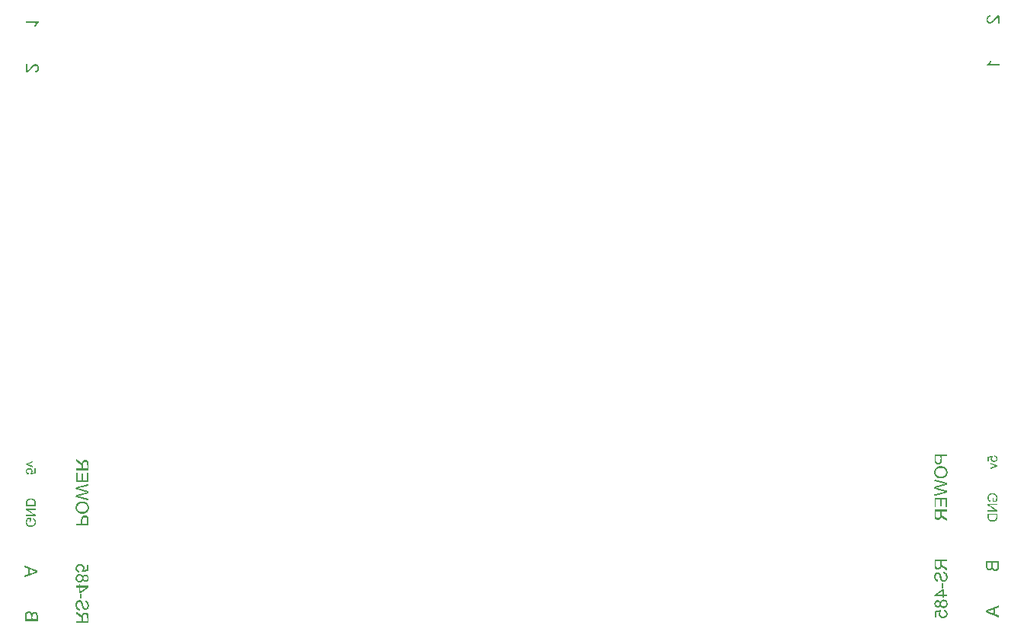
<source format=gbo>
G04 Layer: BottomSilkscreenLayer*
G04 EasyEDA Pro v2.1.57.773a98f1.225d47, 2025-02-25 21:56:38*
G04 Gerber Generator version 0.3*
G04 Scale: 100 percent, Rotated: No, Reflected: No*
G04 Dimensions in millimeters*
G04 Leading zeros omitted, absolute positions, 3 integers and 5 decimals*
%FSLAX35Y35*%
%MOMM*%
%ADD10C,0.254*%
G75*


G04 Text Start*
G36*
G01X14760143Y-340004D02*
G01X14760143Y-359410D01*
G01X14776501D01*
G01X14798040D01*
G01X14836496D01*
G01X14861083D01*
G01X14885924Y-359715D01*
G01X14886229Y-381203D01*
G01X14885924Y-405130D01*
G01X14885314Y-408788D01*
G01X14884705Y-411531D01*
G01X14883790Y-414223D01*
G01X14882571Y-416662D01*
G01X14881047Y-419405D01*
G01X14879523Y-421538D01*
G01X14878050Y-423012D01*
G01X14875916Y-424536D01*
G01X14873478Y-426060D01*
G01X14870735Y-427279D01*
G01X14868347Y-428193D01*
G01X14863166Y-428498D01*
G01X14856816Y-428193D01*
G01X14852904Y-427279D01*
G01X14850161Y-426060D01*
G01X14847722Y-424840D01*
G01X14845589Y-423316D01*
G01X14842592Y-420319D01*
G01X14841372Y-418795D01*
G01X14840153Y-416662D01*
G01X14838934Y-413918D01*
G01X14838020Y-410921D01*
G01X14837410Y-408178D01*
G01X14836800Y-403352D01*
G01X14836496Y-380898D01*
G01Y-359410D01*
G01X14798040D01*
G01X14819833Y-359715D01*
G01X14820138Y-376377D01*
G01X14819833Y-393649D01*
G01X14819528Y-397256D01*
G01X14819224Y-402133D01*
G01X14818614Y-405740D01*
G01X14818055Y-408178D01*
G01X14817141Y-410921D01*
G01X14815617Y-413918D01*
G01X14814093Y-416052D01*
G01X14812874Y-417576D01*
G01X14810740Y-419405D01*
G01X14807743Y-421234D01*
G01X14805304Y-422097D01*
G01X14801037Y-422707D01*
G01X14797430D01*
G01X14793163Y-422097D01*
G01X14789861Y-421234D01*
G01X14787118Y-420014D01*
G01X14784984Y-418795D01*
G01X14783206Y-417271D01*
G01X14781682Y-415747D01*
G01X14780158Y-413614D01*
G01X14778939Y-411226D01*
G01X14778025Y-408788D01*
G01X14777415Y-406349D01*
G01X14776806Y-400914D01*
G01X14776501Y-379679D01*
G01Y-359410D01*
G01X14760143D01*
G01Y-370586D01*
G01X14760448Y-403962D01*
G01X14761058Y-408788D01*
G01X14761667Y-411836D01*
G01X14762277Y-414528D01*
G01X14763191Y-417576D01*
G01X14764410Y-420624D01*
G01X14765630Y-423316D01*
G01X14767103Y-425755D01*
G01X14768627Y-427888D01*
G01X14769846Y-429412D01*
G01X14774418Y-433934D01*
G01X14776501Y-435458D01*
G01X14778939Y-436982D01*
G01X14781073Y-438201D01*
G01X14783206Y-439064D01*
G01X14785594Y-439979D01*
G01X14788642Y-440893D01*
G01X14791385Y-441503D01*
G01X14794687Y-441808D01*
G01X14799259Y-441503D01*
G01X14802866Y-440893D01*
G01X14806219Y-439979D01*
G01X14809572Y-438810D01*
G01X14812569Y-437286D01*
G01X14816836Y-434238D01*
G01X14818919Y-432410D01*
G01X14820443Y-430886D01*
G01X14822272Y-428803D01*
G01X14824100Y-426060D01*
G01X14825320Y-423926D01*
G01X14825777Y-423316D01*
G01X14826539D01*
G01X14828012Y-425450D01*
G01X14829231Y-428193D01*
G01X14830450Y-430581D01*
G01X14831974Y-433324D01*
G01X14833498Y-435458D01*
G01X14835886Y-438506D01*
G01X14837410Y-439979D01*
G01X14838934Y-441198D01*
G01X14841068Y-442722D01*
G01X14843506Y-444246D01*
G01X14845894Y-445465D01*
G01X14848637Y-446684D01*
G01X14851685Y-447599D01*
G01X14854377Y-448158D01*
G01X14859864Y-448462D01*
G01X14867128Y-448158D01*
G01X14871954Y-447294D01*
G01X14875916Y-446075D01*
G01X14878660Y-444856D01*
G01X14884095Y-442112D01*
G01X14886229Y-440588D01*
G01X14887753Y-439674D01*
G01X14889226Y-438506D01*
G01X14892274Y-435458D01*
G01X14893798Y-433324D01*
G01X14895322Y-430886D01*
G01X14896795Y-428193D01*
G01X14898319Y-425145D01*
G01X14899538Y-421792D01*
G01X14900453Y-419100D01*
G01X14901672Y-413004D01*
G01X14902282Y-408178D01*
G01X14902586Y-373634D01*
G01Y-340004D01*
G37*
G36*
G01X14899437Y-832612D02*
G01X14896389Y-833222D01*
G01X14893341Y-834441D01*
G01X14890039Y-835609D01*
G01X14883994Y-838048D01*
G01X14880641Y-839267D01*
G01X14877593Y-840486D01*
G01X14874291Y-841705D01*
G01X14868195Y-844144D01*
G01X14864893Y-845312D01*
G01X14861845Y-846531D01*
G01X14858492Y-847750D01*
G01X14852447Y-850189D01*
G01X14849145Y-851408D01*
G01X14846097Y-852627D01*
G01X14842744Y-853796D01*
G01X14836699Y-856234D01*
G01X14833346Y-857453D01*
G01X14830349Y-858672D01*
G01X14826996Y-859892D01*
G01X14820951Y-862279D01*
G01X14817598Y-863498D01*
G01X14814601Y-864718D01*
G01X14811248Y-865937D01*
G01X14805203Y-868375D01*
G01X14801850Y-869594D01*
G01X14798802Y-870763D01*
G01X14795500Y-871982D01*
G01X14789404Y-874420D01*
G01X14786102Y-875640D01*
G01X14783054Y-876859D01*
G01X14779752Y-878078D01*
G01X14776704Y-879246D01*
G01X14769440Y-881990D01*
G01X14767306Y-882904D01*
G01X14760042Y-885647D01*
G01X14758518Y-885952D01*
G01Y-895960D01*
G01Y-896264D01*
G01X14775180D01*
G01X14775485Y-895706D01*
G01X14777009Y-895350D01*
G01X14781225Y-894436D01*
G01X14784273Y-893521D01*
G01X14787016Y-892912D01*
G01X14790014Y-891997D01*
G01X14800936Y-888340D01*
G01X14825167Y-879246D01*
G01X14828215Y-878078D01*
G01X14834870Y-875640D01*
G01X14837918Y-874420D01*
G01X14840661Y-873506D01*
G01X14842439D01*
G01X14842744Y-896518D01*
G01X14842439Y-920191D01*
G01X14841931Y-920699D01*
G01X14840915Y-920496D01*
G01X14837918Y-919277D01*
G01X14831263Y-916838D01*
G01X14828215Y-915619D01*
G01X14803984Y-906526D01*
G01X14800936Y-905307D01*
G01X14794281Y-902919D01*
G01X14791233Y-901700D01*
G01X14780311Y-898042D01*
G01X14777314Y-897128D01*
G01X14775180Y-896264D01*
G01X14758518D01*
G01X14759127Y-906831D01*
G01X14760956Y-908050D01*
G01X14763039Y-908964D01*
G01X14765782Y-910184D01*
G01X14774875Y-913841D01*
G01X14777618Y-915010D01*
G01X14786712Y-918667D01*
G01X14789404Y-919886D01*
G01X14795500Y-922325D01*
G01X14797888Y-923188D01*
G01X14800021Y-924103D01*
G01X14802764Y-925322D01*
G01X14811858Y-928980D01*
G01X14814601Y-930199D01*
G01X14823643Y-933806D01*
G01X14826386Y-935025D01*
G01X14832432Y-937463D01*
G01X14834870Y-938378D01*
G01X14837004Y-939292D01*
G01X14839747Y-940460D01*
G01X14848840Y-944118D01*
G01X14851532Y-945337D01*
G01X14863674Y-950163D01*
G01X14866417Y-951382D01*
G01X14872462Y-953821D01*
G01X14875205Y-955040D01*
G01X14887296Y-959866D01*
G01X14890039Y-961085D01*
G01X14899132Y-964743D01*
G01X14900961Y-965352D01*
G01Y-954735D01*
G01X14900351Y-943508D01*
G01X14897913Y-942289D01*
G01X14894865Y-941070D01*
G01X14890039Y-939292D01*
G01X14880946Y-935634D01*
G01X14877593Y-934415D01*
G01X14874596Y-933196D01*
G01X14871243Y-931977D01*
G01X14862150Y-928370D01*
G01X14859406Y-927456D01*
G01X14857933Y-927151D01*
G01Y-897433D01*
G01X14858238Y-875030D01*
G01X14859102Y-867156D01*
G01X14861540Y-865937D01*
G01X14864283Y-865022D01*
G01X14869109Y-863194D01*
G01X14871852Y-862279D01*
G01X14874900Y-861111D01*
G01X14878507Y-859892D01*
G01X14881555Y-858672D01*
G01X14884298Y-857758D01*
G01X14889124Y-855929D01*
G01X14891868Y-855015D01*
G01X14896694Y-853186D01*
G01X14899437Y-852322D01*
G01X14900961Y-852018D01*
G01Y-832612D01*
G37*
G36*
G01X4073042Y-385674D02*
G01X4073042Y-396291D01*
G01X4073652Y-407467D01*
G01X4076040Y-408686D01*
G01X4079088Y-409905D01*
G01X4083914Y-411734D01*
G01X4093007Y-415341D01*
G01X4096360Y-416560D01*
G01X4099408Y-417779D01*
G01X4102710Y-418998D01*
G01X4111803Y-422656D01*
G01X4114546Y-423520D01*
G01X4116070Y-423824D01*
G01Y-453542D01*
G01Y-454457D01*
G01X4131208D01*
G01X4131513Y-430835D01*
G01X4132021Y-430276D01*
G01X4133037Y-430530D01*
G01X4136034Y-431749D01*
G01X4142740Y-434137D01*
G01X4145737Y-435356D01*
G01X4169969Y-444449D01*
G01X4173017Y-445668D01*
G01X4179672Y-448107D01*
G01X4182720Y-449326D01*
G01X4193642Y-452933D01*
G01X4196639Y-453847D01*
G01X4198772Y-454762D01*
G01X4198468Y-455270D01*
G01X4196944Y-455676D01*
G01X4192727Y-456590D01*
G01X4189679Y-457505D01*
G01X4186987Y-458114D01*
G01X4183939Y-458978D01*
G01X4173017Y-462636D01*
G01X4148785Y-471729D01*
G01X4145737Y-472948D01*
G01X4139082Y-475386D01*
G01X4136034Y-476555D01*
G01X4133342Y-477469D01*
G01X4131513D01*
G01X4131208Y-454457D01*
G01X4116070D01*
G01X4115765Y-475945D01*
G01X4114851Y-483870D01*
G01X4112412Y-485038D01*
G01X4109669Y-485953D01*
G01X4104843Y-487782D01*
G01X4102100Y-488696D01*
G01X4099103Y-489915D01*
G01X4095445Y-491134D01*
G01X4092397Y-492354D01*
G01X4089705Y-493217D01*
G01X4084828Y-495046D01*
G01X4082136Y-495960D01*
G01X4077259Y-497789D01*
G01X4074516Y-498704D01*
G01X4073042Y-499008D01*
G01Y-518414D01*
G01X4074516D01*
G01X4077564Y-517804D01*
G01X4080612Y-516585D01*
G01X4083914Y-515366D01*
G01X4090010Y-512928D01*
G01X4093312Y-511708D01*
G01X4096360Y-510489D01*
G01X4099712Y-509321D01*
G01X4105758Y-506882D01*
G01X4109060Y-505663D01*
G01X4112108Y-504444D01*
G01X4115460Y-503225D01*
G01X4121506Y-500837D01*
G01X4124858Y-499618D01*
G01X4127856Y-498399D01*
G01X4131208Y-497180D01*
G01X4137254Y-494741D01*
G01X4140606Y-493522D01*
G01X4143604Y-492354D01*
G01X4146956Y-491134D01*
G01X4153002Y-488696D01*
G01X4156354Y-487477D01*
G01X4159402Y-486258D01*
G01X4162704Y-485038D01*
G01X4168800Y-482651D01*
G01X4172102Y-481432D01*
G01X4175150Y-480212D01*
G01X4178452Y-478993D01*
G01X4184548Y-476555D01*
G01X4187850Y-475386D01*
G01X4190898Y-474167D01*
G01X4194251Y-472948D01*
G01X4197248Y-471729D01*
G01X4204513Y-468986D01*
G01X4206646Y-468071D01*
G01X4213911Y-465379D01*
G01X4215435Y-465074D01*
G01Y-455066D01*
G01X4214825Y-444144D01*
G01X4213047Y-442925D01*
G01X4210914Y-442011D01*
G01X4208170Y-440792D01*
G01X4199077Y-437185D01*
G01X4196334Y-435966D01*
G01X4187241Y-432308D01*
G01X4184548Y-431140D01*
G01X4178452Y-428701D01*
G01X4176065Y-427787D01*
G01X4173931Y-426872D01*
G01X4171188Y-425653D01*
G01X4162095Y-422046D01*
G01X4159402Y-420827D01*
G01X4150309Y-417170D01*
G01X4147566Y-415950D01*
G01X4141521Y-413563D01*
G01X4139082Y-412648D01*
G01X4136949Y-411734D01*
G01X4134256Y-410515D01*
G01X4125163Y-406857D01*
G01X4122420Y-405689D01*
G01X4110279Y-400812D01*
G01X4107586Y-399593D01*
G01X4101490Y-397205D01*
G01X4098798Y-395986D01*
G01X4086657Y-391109D01*
G01X4083914Y-389890D01*
G01X4074820Y-386283D01*
G37*
G36*
G01X4122115Y-896518D02*
G01X4114851Y-896823D01*
G01X4109974Y-897738D01*
G01X4106062Y-898957D01*
G01X4103319Y-900125D01*
G01X4097884Y-902868D01*
G01X4095750Y-904392D01*
G01X4094226Y-905307D01*
G01X4092702Y-906526D01*
G01X4089705Y-909523D01*
G01X4088181Y-911657D01*
G01X4086657Y-914095D01*
G01X4085133Y-916838D01*
G01X4083609Y-919836D01*
G01X4082440Y-923188D01*
G01X4081526Y-925932D01*
G01X4080307Y-931977D01*
G01X4079697Y-936803D01*
G01X4079443Y-963778D01*
G01X4095750D01*
G01X4096055Y-939851D01*
G01X4096664Y-936193D01*
G01X4097274Y-933501D01*
G01X4098188Y-930758D01*
G01X4099408Y-928319D01*
G01X4100881Y-925627D01*
G01X4102405Y-923493D01*
G01X4103929Y-921969D01*
G01X4106062Y-920445D01*
G01X4108501Y-918921D01*
G01X4111193Y-917702D01*
G01X4113632Y-916838D01*
G01X4118762Y-916534D01*
G01X4125163Y-916838D01*
G01X4129075Y-917702D01*
G01X4131818Y-918921D01*
G01X4134256Y-920140D01*
G01X4136339Y-921664D01*
G01X4139387Y-924712D01*
G01X4140606Y-926186D01*
G01X4141826Y-928319D01*
G01X4143045Y-931062D01*
G01X4143908Y-934110D01*
G01X4144518Y-936803D01*
G01X4145128Y-941680D01*
G01X4145432Y-964082D01*
G01Y-968654D01*
G01X4161790D01*
G01X4162095Y-951382D01*
G01X4162400Y-947725D01*
G01X4162704Y-942899D01*
G01X4163314Y-939241D01*
G01X4163924Y-936803D01*
G01X4164838Y-934110D01*
G01X4166362Y-931062D01*
G01X4167886Y-928929D01*
G01X4169105Y-927405D01*
G01X4171188Y-925627D01*
G01X4174236Y-923798D01*
G01X4176674Y-922884D01*
G01X4180891Y-922274D01*
G01X4184548D01*
G01X4188765Y-922884D01*
G01X4192118Y-923798D01*
G01X4194861Y-925017D01*
G01X4196944Y-926186D01*
G01X4198772Y-927710D01*
G01X4200296Y-929234D01*
G01X4201820Y-931367D01*
G01X4203040Y-933806D01*
G01X4203954Y-936193D01*
G01X4204513Y-938632D01*
G01X4205122Y-944067D01*
G01X4205427Y-965302D01*
G01Y-985622D01*
G01X4183939D01*
G01X4162095Y-985317D01*
G01X4161790Y-968654D01*
G01X4145432D01*
G01Y-985622D01*
G01X4120896D01*
G01X4096055Y-985317D01*
G01X4095750Y-963778D01*
G01X4079443D01*
G01X4079392Y-971347D01*
G01Y-1004976D01*
G01X4221785D01*
G01Y-974395D01*
G01X4221531Y-941070D01*
G01X4220921Y-936193D01*
G01X4220312Y-933196D01*
G01X4219702Y-930453D01*
G01X4218788Y-927405D01*
G01X4217568Y-924408D01*
G01X4216349Y-921664D01*
G01X4214825Y-919226D01*
G01X4213301Y-917143D01*
G01X4212133Y-915619D01*
G01X4207561Y-911047D01*
G01X4205427Y-909523D01*
G01X4203040Y-908050D01*
G01X4200906Y-906831D01*
G01X4198772Y-905916D01*
G01X4196334Y-905002D01*
G01X4193337Y-904088D01*
G01X4190594Y-903478D01*
G01X4187241Y-903173D01*
G01X4182720Y-903478D01*
G01X4179062Y-904088D01*
G01X4175760Y-905002D01*
G01X4172407Y-906221D01*
G01X4169410Y-907745D01*
G01X4165143Y-910742D01*
G01X4163009Y-912571D01*
G01X4161485Y-914095D01*
G01X4159707Y-916229D01*
G01X4157878Y-918921D01*
G01X4156659Y-921055D01*
G01X4156202Y-921664D01*
G01X4155440D01*
G01X4153916Y-919531D01*
G01X4152697Y-916838D01*
G01X4151528Y-914400D01*
G01X4150004Y-911657D01*
G01X4148480Y-909523D01*
G01X4146042Y-906526D01*
G01X4144518Y-905002D01*
G01X4143045Y-903783D01*
G01X4140911Y-902259D01*
G01X4138473Y-900735D01*
G01X4136034Y-899566D01*
G01X4133342Y-898347D01*
G01X4130294Y-897433D01*
G01X4127551Y-896823D01*
G37*
G36*
G01X14905765Y5734548D02*
G01X14906675Y5722655D01*
G01X14906978Y5686973D01*
G01Y5639397D01*
G01X14890614D01*
G01Y5709094D01*
G01X14889402Y5708791D01*
G01X14887584Y5707882D01*
G01X14883038Y5704245D01*
G01X14876978Y5698185D01*
G01X14873947Y5694548D01*
G01X14872432Y5693033D01*
G01X14870614Y5690609D01*
G01X14868493Y5688488D01*
G01X14866069Y5685458D01*
G01X14862432Y5681215D01*
G01X14859402Y5677579D01*
G01X14857887Y5676064D01*
G01X14856069Y5673639D01*
G01X14853947Y5671518D01*
G01X14850311Y5667276D01*
G01X14838190Y5655155D01*
G01X14832129Y5650306D01*
G01X14830008Y5648791D01*
G01X14827280Y5646973D01*
G01X14824856Y5645458D01*
G01X14822432Y5644245D01*
G01X14819705Y5643033D01*
G01X14816371Y5641821D01*
G01X14812735Y5640912D01*
G01X14809705Y5640306D01*
G01X14806674Y5640003D01*
G01X14804250Y5639700D01*
G01X14800614D01*
G01X14795462Y5640306D01*
G01X14791826Y5641215D01*
G01X14789099Y5642124D01*
G01X14786675Y5643033D01*
G01X14784553Y5644245D01*
G01X14782129Y5645761D01*
G01X14780008Y5647276D01*
G01X14777584Y5649094D01*
G01X14775462Y5651215D01*
G01X14773038Y5654245D01*
G01X14771523Y5656367D01*
G01X14769705Y5659094D01*
G01X14768190Y5662124D01*
G01X14766978Y5664852D01*
G01X14766069Y5667882D01*
G01X14765462Y5670609D01*
G01X14764856Y5673033D01*
G01X14764250Y5676670D01*
G01X14763947Y5686064D01*
G01X14764250Y5694245D01*
G01X14764856Y5697579D01*
G01X14765765Y5701215D01*
G01X14766675Y5703942D01*
G01X14767584Y5706367D01*
G01X14768493Y5708488D01*
G01X14769402Y5710306D01*
G01X14772432Y5714851D01*
G01X14774856Y5717882D01*
G01X14777584Y5720306D01*
G01X14779705Y5721821D01*
G01X14781220Y5723033D01*
G01X14783038Y5724245D01*
G01X14787887Y5726670D01*
G01X14790614Y5727882D01*
G01X14794553Y5729094D01*
G01X14798796Y5730003D01*
G01X14802432Y5730609D01*
G01X14804553D01*
G01X14805462Y5728791D01*
G01X14805765Y5725760D01*
G01X14806068Y5723336D01*
G01X14806674Y5717276D01*
G01X14806977Y5714548D01*
G01Y5712730D01*
G01X14804856D01*
G01X14801826Y5712427D01*
G01X14798796Y5711821D01*
G01X14795462Y5710912D01*
G01X14793038Y5710003D01*
G01X14790614Y5708791D01*
G01X14788493Y5707276D01*
G01X14783947Y5702730D01*
G01X14782735Y5700912D01*
G01X14781523Y5698791D01*
G01X14780311Y5696064D01*
G01X14779402Y5693033D01*
G01X14778796Y5690003D01*
G01X14778493Y5683639D01*
G01X14778796Y5677882D01*
G01X14779705Y5674851D01*
G01X14780917Y5671821D01*
G01X14782129Y5669700D01*
G01X14783341Y5667882D01*
G01X14784553Y5666367D01*
G01X14786068Y5664852D01*
G01X14787584Y5663639D01*
G01X14789705Y5662124D01*
G01X14792129Y5660609D01*
G01X14794856Y5659397D01*
G01X14798796Y5658488D01*
G01X14804553Y5658185D01*
G01X14809099Y5658488D01*
G01X14811826Y5659397D01*
G01X14815159Y5660609D01*
G01X14817584Y5661821D01*
G01X14820008Y5663336D01*
G01X14823038Y5665155D01*
G01X14825159Y5666670D01*
G01X14826674Y5667882D01*
G01X14828190Y5669397D01*
G01X14831826Y5672427D01*
G01X14839402Y5680003D01*
G01X14842432Y5683639D01*
G01X14843947Y5685154D01*
G01X14846372Y5688185D01*
G01X14847887Y5689700D01*
G01X14851523Y5693942D01*
G01X14854553Y5697579D01*
G01X14856978Y5700609D01*
G01X14860008Y5704245D01*
G01X14861523Y5705760D01*
G01X14863341Y5708185D01*
G01X14874553Y5719397D01*
G01X14876978Y5721215D01*
G01X14879099Y5723033D01*
G01X14883341Y5726063D01*
G01X14885159Y5727276D01*
G01X14887281Y5728488D01*
G01X14892129Y5730912D01*
G01X14894856Y5732124D01*
G01X14898493Y5733336D01*
G01X14901523Y5733942D01*
G01X14905765Y5734548D01*
G37*
G36*
G01X14855775Y5189384D02*
G01X14910927Y5189384D01*
G01Y5171202D01*
G01X14767897D01*
G01Y5177262D01*
G01X14768124Y5181883D01*
G01X14768806Y5183626D01*
G01X14770624Y5184535D01*
G01X14773048Y5186050D01*
G01X14775169Y5187565D01*
G01X14776684Y5188778D01*
G01X14778200Y5190293D01*
G01X14781836Y5193323D01*
G01X14783351Y5194838D01*
G01X14790624Y5203323D01*
G01X14791836Y5204838D01*
G01X14792745Y5206353D01*
G01X14794260Y5208474D01*
G01X14796079Y5211202D01*
G01X14797594Y5213626D01*
G01X14798806Y5215747D01*
G01X14800018Y5218171D01*
G01X14802442Y5222414D01*
G01X14803957Y5224232D01*
G01X14812442Y5224535D01*
G01X14820018D01*
G01X14819715Y5222717D01*
G01X14818806Y5219990D01*
G01X14817594Y5217565D01*
G01X14816382Y5214838D01*
G01X14814866Y5212111D01*
G01X14813351Y5209081D01*
G01X14811836Y5206353D01*
G01X14808806Y5201505D01*
G01X14806988Y5198778D01*
G01X14804867Y5195747D01*
G01X14803048Y5193323D01*
G01X14801836Y5191808D01*
G01X14800927Y5190293D01*
G01X14814488Y5189611D01*
G01X14855775Y5189384D01*
G37*
G36*
G01X4093422Y5092687D02*
G01X4092513Y5104581D01*
G01X4092209Y5140263D01*
G01Y5187838D01*
G01X4108573D01*
G01Y5118141D01*
G01X4109785Y5118444D01*
G01X4111603Y5119353D01*
G01X4116149Y5122990D01*
G01X4122209Y5129050D01*
G01X4125240Y5132687D01*
G01X4126755Y5134202D01*
G01X4128573Y5136626D01*
G01X4130694Y5138747D01*
G01X4133118Y5141778D01*
G01X4136755Y5146020D01*
G01X4139785Y5149656D01*
G01X4141300Y5151172D01*
G01X4143118Y5153596D01*
G01X4145240Y5155717D01*
G01X4148876Y5159959D01*
G01X4160997Y5172081D01*
G01X4167058Y5176929D01*
G01X4169179Y5178444D01*
G01X4171907Y5180262D01*
G01X4174331Y5181778D01*
G01X4176755Y5182990D01*
G01X4179482Y5184202D01*
G01X4182816Y5185414D01*
G01X4186452Y5186323D01*
G01X4189482Y5186929D01*
G01X4192513Y5187232D01*
G01X4194937Y5187535D01*
G01X4198573D01*
G01X4203725Y5186929D01*
G01X4207361Y5186020D01*
G01X4210088Y5185111D01*
G01X4212513Y5184202D01*
G01X4214634Y5182990D01*
G01X4217058Y5181475D01*
G01X4219179Y5179959D01*
G01X4221603Y5178141D01*
G01X4223725Y5176020D01*
G01X4226149Y5172990D01*
G01X4227664Y5170869D01*
G01X4229482Y5168141D01*
G01X4230997Y5165111D01*
G01X4232209Y5162384D01*
G01X4233119Y5159353D01*
G01X4233725Y5156626D01*
G01X4234331Y5154202D01*
G01X4234937Y5150566D01*
G01X4235240Y5141172D01*
G01X4234937Y5132990D01*
G01X4234331Y5129656D01*
G01X4233422Y5126020D01*
G01X4232512Y5123293D01*
G01X4231603Y5120869D01*
G01X4230694Y5118747D01*
G01X4229785Y5116929D01*
G01X4226755Y5112384D01*
G01X4224331Y5109353D01*
G01X4221603Y5106929D01*
G01X4219482Y5105414D01*
G01X4217967Y5104202D01*
G01X4216149Y5102990D01*
G01X4211300Y5100565D01*
G01X4208573Y5099353D01*
G01X4204634Y5098141D01*
G01X4200391Y5097232D01*
G01X4196755Y5096626D01*
G01X4194634D01*
G01X4193725Y5098444D01*
G01X4193422Y5101475D01*
G01X4193119Y5103899D01*
G01X4192513Y5109960D01*
G01X4192210Y5112687D01*
G01Y5114505D01*
G01X4194331D01*
G01X4197361Y5114808D01*
G01X4200391Y5115414D01*
G01X4203725Y5116323D01*
G01X4206149Y5117232D01*
G01X4208573Y5118444D01*
G01X4210694Y5119960D01*
G01X4215240Y5124505D01*
G01X4216452Y5126323D01*
G01X4217664Y5128444D01*
G01X4218876Y5131172D01*
G01X4219785Y5134202D01*
G01X4220391Y5137232D01*
G01X4220694Y5143596D01*
G01X4220391Y5149353D01*
G01X4219482Y5152384D01*
G01X4218270Y5155414D01*
G01X4217058Y5157535D01*
G01X4215846Y5159353D01*
G01X4214634Y5160869D01*
G01X4213119Y5162384D01*
G01X4211603Y5163596D01*
G01X4209482Y5165111D01*
G01X4207058Y5166626D01*
G01X4204331Y5167838D01*
G01X4200391Y5168747D01*
G01X4194634Y5169050D01*
G01X4190088Y5168747D01*
G01X4187361Y5167838D01*
G01X4184028Y5166626D01*
G01X4181604Y5165414D01*
G01X4179179Y5163899D01*
G01X4176149Y5162081D01*
G01X4174028Y5160565D01*
G01X4172513Y5159353D01*
G01X4170997Y5157838D01*
G01X4167361Y5154808D01*
G01X4159785Y5147232D01*
G01X4156755Y5143596D01*
G01X4155240Y5142081D01*
G01X4152815Y5139050D01*
G01X4151300Y5137535D01*
G01X4147664Y5133293D01*
G01X4144634Y5129656D01*
G01X4142209Y5126626D01*
G01X4139179Y5122990D01*
G01X4137664Y5121475D01*
G01X4135846Y5119050D01*
G01X4124634Y5107838D01*
G01X4122209Y5106020D01*
G01X4120088Y5104202D01*
G01X4115846Y5101172D01*
G01X4114028Y5099959D01*
G01X4111906Y5098747D01*
G01X4107058Y5096323D01*
G01X4104331Y5095111D01*
G01X4100694Y5093899D01*
G01X4097664Y5093293D01*
G01X4093422Y5092687D01*
G37*
G36*
G01X4147361Y5643595D02*
G01X4092209Y5643595D01*
G01Y5661777D01*
G01X4235240D01*
G01Y5655716D01*
G01X4235013Y5651095D01*
G01X4234331Y5649352D01*
G01X4232512Y5648443D01*
G01X4230088Y5646928D01*
G01X4227967Y5645413D01*
G01X4226452Y5644201D01*
G01X4224937Y5642686D01*
G01X4221300Y5639655D01*
G01X4219785Y5638140D01*
G01X4212513Y5629655D01*
G01X4211300Y5628140D01*
G01X4210391Y5626625D01*
G01X4208876Y5624504D01*
G01X4207058Y5621777D01*
G01X4205543Y5619352D01*
G01X4204331Y5617231D01*
G01X4203119Y5614807D01*
G01X4200694Y5610565D01*
G01X4199179Y5608746D01*
G01X4190694Y5608443D01*
G01X4183119D01*
G01X4183422Y5610262D01*
G01X4184331Y5612989D01*
G01X4185543Y5615413D01*
G01X4186755Y5618140D01*
G01X4188270Y5620868D01*
G01X4189785Y5623898D01*
G01X4191300Y5626625D01*
G01X4194331Y5631474D01*
G01X4196149Y5634201D01*
G01X4198270Y5637231D01*
G01X4200088Y5639655D01*
G01X4201300Y5641171D01*
G01X4202210Y5642686D01*
G01X4188649Y5643367D01*
G01X4147361Y5643595D01*
G37*
G36*
G01X4694123Y-369672D02*
G01X4691990Y-369976D01*
G01X4685335Y-370586D01*
G01X4679239Y-371805D01*
G01X4676851Y-372415D01*
G01X4674108Y-373329D01*
G01X4671060Y-374548D01*
G01X4668368Y-375768D01*
G01X4666234Y-376987D01*
G01X4663796Y-378460D01*
G01X4661713Y-379679D01*
G01X4660189Y-380898D01*
G01X4656531Y-383946D01*
G01X4653483Y-386944D01*
G01X4652315Y-388468D01*
G01X4651400Y-389992D01*
G01X4650181Y-391516D01*
G01X4648657Y-393649D01*
G01X4646219Y-398475D01*
G01X4645000Y-401523D01*
G01X4644136Y-403962D01*
G01X4642917Y-410007D01*
G01X4642612Y-419100D01*
G01X4642917Y-427584D01*
G01X4643526Y-430276D01*
G01X4644390Y-434543D01*
G01X4645609Y-438201D01*
G01X4646828Y-440893D01*
G01X4648048Y-443332D01*
G01X4649572Y-446075D01*
G01X4651096Y-448158D01*
G01X4653483Y-451206D01*
G01X4658055Y-455778D01*
G01X4659579Y-456946D01*
G01X4661408Y-458165D01*
G01X4663796Y-459689D01*
G01X4666539Y-461213D01*
G01X4669587Y-462432D01*
G01X4671974Y-463347D01*
G01X4676851Y-464566D01*
G01X4679544Y-464871D01*
G01X4681982Y-464566D01*
G01X4682592Y-461823D01*
G01X4682896Y-458470D01*
G01X4683506Y-451206D01*
G01X4683811Y-448462D01*
G01X4683506Y-447040D01*
G01X4682592Y-446380D01*
G01X4679239Y-445465D01*
G01X4675327Y-444246D01*
G01X4672584Y-443027D01*
G01X4670196Y-441808D01*
G01X4668063Y-440588D01*
G01X4665929Y-439064D01*
G01X4663796Y-437286D01*
G01X4662576Y-435762D01*
G01X4661103Y-433629D01*
G01X4659579Y-431190D01*
G01X4658360Y-428498D01*
G01X4657446Y-425755D01*
G01X4657141Y-419710D01*
G01X4657750Y-412445D01*
G01X4658970Y-408483D01*
G01X4660494Y-405130D01*
G01X4661967Y-403047D01*
G01X4662881Y-401523D01*
G01X4664100Y-399999D01*
G01X4667148Y-396951D01*
G01X4668672Y-395732D01*
G01X4672279Y-393344D01*
G01X4674718Y-392125D01*
G01X4677766Y-390906D01*
G01X4681068Y-389992D01*
G01X4684116Y-389382D01*
G01X4691075Y-389077D01*
G01X4698035Y-389382D01*
G01X4701388Y-389992D01*
G01X4705045Y-390906D01*
G01X4707738Y-392125D01*
G01X4710786Y-393649D01*
G01X4712919Y-395173D01*
G01X4715916Y-397561D01*
G01X4717136Y-398780D01*
G01X4718355Y-400304D01*
G01X4719879Y-402438D01*
G01X4721403Y-405130D01*
G01X4722622Y-407873D01*
G01X4723486Y-410921D01*
G01X4724095Y-413614D01*
G01X4724400Y-417576D01*
G01X4724095Y-422707D01*
G01X4723486Y-426364D01*
G01X4722622Y-429717D01*
G01X4721403Y-432714D01*
G01X4720184Y-435153D01*
G01X4718660Y-437591D01*
G01X4717136Y-439674D01*
G01X4714088Y-442722D01*
G01X4712310Y-444246D01*
G01X4711395Y-445059D01*
G01X4711090Y-446380D01*
G01X4712005Y-453644D01*
G01X4712919Y-459994D01*
G01X4713529Y-461518D01*
G01X4715002D01*
G01X4724095Y-459689D01*
G01X4727753Y-459080D01*
G01X4736846Y-457251D01*
G01X4740453Y-456641D01*
G01X4743501Y-456082D01*
G01X4750156Y-454863D01*
G01X4756252Y-453644D01*
G01X4762906Y-452425D01*
G01X4768952Y-451206D01*
G01X4775606Y-449986D01*
G01X4781702Y-448767D01*
G01X4784090Y-448462D01*
G01X4785614D01*
G01Y-376987D01*
G01X4769256D01*
G01Y-405130D01*
G01X4769053Y-426415D01*
G01X4768342Y-433934D01*
G01X4765345Y-434848D01*
G01X4735017Y-440893D01*
G01X4732579Y-440588D01*
G01X4733188Y-438810D01*
G01X4734712Y-436067D01*
G01X4735932Y-433629D01*
G01X4736846Y-431190D01*
G01X4737760Y-428498D01*
G01X4738675Y-425450D01*
G01X4739284Y-422707D01*
G01X4739589Y-415747D01*
G01X4739284Y-408178D01*
G01X4738675Y-404520D01*
G01X4737760Y-400609D01*
G01X4736541Y-397561D01*
G01X4735322Y-394868D01*
G01X4733798Y-391820D01*
G01X4731969Y-389077D01*
G01X4729886Y-386385D01*
G01X4728058Y-383946D01*
G01X4725924Y-381813D01*
G01X4722876Y-379374D01*
G01X4720488Y-377596D01*
G01X4718660Y-376377D01*
G01X4716526Y-375158D01*
G01X4714088Y-373939D01*
G01X4709262Y-372110D01*
G01X4705909Y-371196D01*
G01X4702912Y-370586D01*
G01X4696257Y-369976D01*
G37*
G36*
G01X4686554Y-481838D02*
G01X4684116Y-482143D01*
G01X4678680Y-482702D01*
G01X4675327Y-483311D01*
G01X4671670Y-484226D01*
G01X4668672Y-485445D01*
G01X4665929Y-486664D01*
G01X4663796Y-487883D01*
G01X4660189Y-490322D01*
G01X4656531Y-493319D01*
G01X4654398Y-495452D01*
G01X4650791Y-499720D01*
G01X4648962Y-502412D01*
G01X4647438Y-505155D01*
G01X4646219Y-507898D01*
G01X4645000Y-510896D01*
G01X4644136Y-513639D01*
G01X4642917Y-519684D01*
G01X4642612Y-529387D01*
G01X4642663Y-530301D01*
G01X4657141D01*
G01X4657446Y-523951D01*
G01X4658360Y-519989D01*
G01X4659579Y-516687D01*
G01X4661103Y-513639D01*
G01X4662576Y-511505D01*
G01X4663796Y-509676D01*
G01X4665320Y-507898D01*
G01X4668368Y-505460D01*
G01X4670196Y-504241D01*
G01X4672279Y-503022D01*
G01X4675327Y-501802D01*
G01X4678070Y-500888D01*
G01X4684725Y-500583D01*
G01X4692599Y-501193D01*
G01X4696562Y-502412D01*
G01X4699864Y-503936D01*
G01X4701997Y-505460D01*
G01X4703521Y-506374D01*
G01X4705045Y-507594D01*
G01X4706518Y-509067D01*
G01X4708957Y-512115D01*
G01X4710481Y-514248D01*
G01X4711700Y-516687D01*
G01X4712919Y-519684D01*
G01X4713834Y-522732D01*
G01X4714088Y-528777D01*
G01X4713986Y-530606D01*
G01X4728972D01*
G01Y-527863D01*
G01X4729582Y-523951D01*
G01X4730496Y-520598D01*
G01X4731969Y-517246D01*
G01X4733493Y-515163D01*
G01X4734408Y-513639D01*
G01X4735627Y-512420D01*
G01X4737151Y-511200D01*
G01X4738980Y-509676D01*
G01X4741062Y-508508D01*
G01X4743806Y-507289D01*
G01X4747768Y-506374D01*
G01X4751984D01*
G01X4756252Y-506984D01*
G01X4759249Y-507898D01*
G01X4761687Y-509067D01*
G01X4763821Y-510286D01*
G01X4765345Y-511200D01*
G01X4767428Y-513029D01*
G01X4769256Y-515468D01*
G01X4770780Y-517550D01*
G01X4772304Y-520598D01*
G01X4773219Y-523342D01*
G01X4773524Y-528168D01*
G01X4773219Y-534264D01*
G01X4772304Y-537566D01*
G01X4771085Y-540309D01*
G01X4769561Y-543306D01*
G01X4767732Y-545440D01*
G01X4764735Y-548488D01*
G01X4762297Y-550012D01*
G01X4758944Y-551536D01*
G01X4756252Y-552399D01*
G01X4753204Y-552704D01*
G01X4748936Y-552399D01*
G01X4745939Y-551840D01*
G01X4743501Y-551231D01*
G01X4740453Y-550012D01*
G01X4738370Y-548488D01*
G01X4736846Y-547573D01*
G01X4735322Y-546354D01*
G01X4732884Y-543306D01*
G01X4731664Y-541528D01*
G01X4730496Y-538785D01*
G01X4729582Y-536042D01*
G01X4729277Y-533044D01*
G01X4728972Y-530606D01*
G01X4713986D01*
G01X4713834Y-534822D01*
G01X4713224Y-537566D01*
G01X4712310Y-540614D01*
G01X4711090Y-543306D01*
G01X4709566Y-546049D01*
G01X4708042Y-548183D01*
G01X4703521Y-552704D01*
G01X4701388Y-554228D01*
G01X4698644Y-555752D01*
G01X4695342Y-556971D01*
G01X4692599Y-557886D01*
G01X4687164Y-558190D01*
G01X4681677Y-557886D01*
G01X4678680Y-557276D01*
G01X4675327Y-556362D01*
G01X4672584Y-555142D01*
G01X4668368Y-553009D01*
G01X4666844Y-551840D01*
G01X4663796Y-548792D01*
G01X4662576Y-547268D01*
G01X4661408Y-545440D01*
G01X4660189Y-543306D01*
G01X4659274Y-541223D01*
G01X4658360Y-538785D01*
G01X4657750Y-536346D01*
G01X4657446Y-534822D01*
G01X4657141Y-530301D01*
G01X4642663D01*
G01X4643222Y-540614D01*
G01X4644390Y-545135D01*
G01X4645609Y-548792D01*
G01X4646828Y-551840D01*
G01X4648048Y-554228D01*
G01X4649267Y-556362D01*
G01X4650486Y-558190D01*
G01X4652010Y-560324D01*
G01X4653788Y-562407D01*
G01X4658360Y-566979D01*
G01X4660494Y-568808D01*
G01X4662576Y-570281D01*
G01X4664710Y-571500D01*
G01X4667148Y-572719D01*
G01X4669282Y-573634D01*
G01X4671670Y-574548D01*
G01X4674718Y-575462D01*
G01X4677461Y-576072D01*
G01X4679848Y-576377D01*
G01X4683506Y-576682D01*
G01X4686554D01*
G01X4693209Y-576072D01*
G01X4696257Y-575462D01*
G01X4699559Y-574548D01*
G01X4701997Y-573634D01*
G01X4704131Y-572719D01*
G01X4706214Y-571500D01*
G01X4708042Y-570281D01*
G01X4710176Y-568808D01*
G01X4712310Y-566979D01*
G01X4713834Y-565455D01*
G01X4715612Y-563321D01*
G01X4717136Y-561188D01*
G01X4718355Y-559105D01*
G01X4719574Y-556666D01*
G01X4720488Y-554533D01*
G01X4721403Y-552094D01*
G01X4722063Y-551434D01*
G01X4722876Y-551840D01*
G01X4724400Y-554228D01*
G01X4726534Y-558495D01*
G01X4730191Y-563016D01*
G01X4733188Y-565455D01*
G01X4735322Y-566979D01*
G01X4737760Y-568198D01*
G01X4739894Y-569112D01*
G01X4742586Y-569976D01*
G01X4745330Y-570586D01*
G01X4749546Y-570890D01*
G01X4755642Y-570586D01*
G01X4759249Y-569976D01*
G01X4761687Y-569366D01*
G01X4764430Y-568503D01*
G01X4767123Y-567284D01*
G01X4770171Y-565760D01*
G01X4772304Y-564236D01*
G01X4773828Y-563321D01*
G01X4775302Y-562102D01*
G01X4778350Y-559105D01*
G01X4780788Y-556057D01*
G01X4782007Y-554228D01*
G01X4784395Y-550012D01*
G01X4785309Y-547573D01*
G01X4786224Y-544830D01*
G01X4787138Y-541528D01*
G01X4787748Y-538480D01*
G01X4788052Y-530606D01*
G01X4787748Y-522122D01*
G01X4787138Y-519074D01*
G01X4785919Y-514248D01*
G01X4785004Y-511505D01*
G01X4783785Y-508762D01*
G01X4782312Y-505765D01*
G01X4779264Y-501498D01*
G01X4777435Y-499415D01*
G01X4774438Y-496367D01*
G01X4772000Y-494538D01*
G01X4769256Y-492709D01*
G01X4767123Y-491490D01*
G01X4765040Y-490626D01*
G01X4762602Y-489712D01*
G01X4759249Y-488798D01*
G01X4756252Y-488188D01*
G01X4751984Y-487883D01*
G01X4747158Y-488188D01*
G01X4744110Y-488798D01*
G01X4741672Y-489407D01*
G01X4738980Y-490322D01*
G01X4735627Y-491795D01*
G01X4731360Y-494843D01*
G01X4729277Y-496672D01*
G01X4727448Y-499110D01*
G01X4724400Y-503631D01*
G01X4723486Y-505765D01*
G01X4722317Y-507594D01*
G01X4721555Y-507492D01*
G01X4721098Y-506679D01*
G01X4720184Y-504546D01*
G01X4717440Y-499110D01*
G01X4715916Y-496976D01*
G01X4714697Y-495148D01*
G01X4713224Y-493319D01*
G01X4710176Y-490322D01*
G01X4708042Y-488798D01*
G01X4705604Y-487274D01*
G01X4703521Y-486054D01*
G01X4701083Y-484835D01*
G01X4697425Y-483616D01*
G01X4694428Y-482702D01*
G01X4688942Y-482143D01*
G37*
G36*
G01X4678985Y-593954D02*
G01X4678985Y-613308D01*
G01X4645000D01*
G01Y-631495D01*
G01X4678985D01*
G01X4694733D01*
G01X4757166D01*
G01X4756556Y-632714D01*
G01X4754728Y-634848D01*
G01X4751984Y-636676D01*
G01X4745939Y-640893D01*
G01X4743196Y-642722D01*
G01X4738980Y-645770D01*
G01X4733493Y-649376D01*
G01X4729277Y-652424D01*
G01X4726534Y-654253D01*
G01X4720488Y-658470D01*
G01X4717745Y-660298D01*
G01X4713529Y-663346D01*
G01X4708042Y-666953D01*
G01X4703826Y-670001D01*
G01X4701083Y-671830D01*
G01X4696816Y-674827D01*
G01X4695038Y-675437D01*
G01X4694733Y-653339D01*
G01Y-631495D01*
G01X4678985D01*
G01Y-693318D01*
G01X4686859D01*
G01X4695647Y-692709D01*
G01X4698035Y-691185D01*
G01X4782922Y-631800D01*
G01X4785004Y-630276D01*
G01X4786833Y-629107D01*
G01X4787748Y-626720D01*
G01X4788052Y-620928D01*
G01Y-613308D01*
G01X4694733D01*
G01Y-593954D01*
G37*
G36*
G01X4688027Y-701802D02*
G01X4688027Y-756361D01*
G01X4705045D01*
G01Y-701802D01*
G37*
G36*
G01X4687164Y-772719D02*
G01X4681677Y-773024D01*
G01X4678070Y-773633D01*
G01X4675327Y-774243D01*
G01X4672279Y-775157D01*
G01X4669892Y-776072D01*
G01X4667148Y-777291D01*
G01X4664100Y-779069D01*
G01X4661967Y-780593D01*
G01X4660494Y-781507D01*
G01X4658970Y-782726D01*
G01X4655312Y-786384D01*
G01X4653483Y-788772D01*
G01X4652315Y-790296D01*
G01X4651096Y-792124D01*
G01X4648657Y-796341D01*
G01X4646219Y-801827D01*
G01X4645304Y-804520D01*
G01X4644390Y-808177D01*
G01X4643526Y-811225D01*
G01X4642917Y-815442D01*
G01X4642612Y-826973D01*
G01X4642917Y-839064D01*
G01X4643526Y-841502D01*
G01X4644695Y-847598D01*
G01X4645304Y-850290D01*
G01X4646219Y-853338D01*
G01X4647133Y-856082D01*
G01X4648048Y-858469D01*
G01X4650486Y-863346D01*
G01X4651705Y-865429D01*
G01X4652924Y-867258D01*
G01X4653788Y-868782D01*
G01X4655007Y-870306D01*
G01X4661713Y-876960D01*
G01X4664710Y-879094D01*
G01X4667148Y-880618D01*
G01X4669282Y-881837D01*
G01X4671670Y-883006D01*
G01X4676546Y-884834D01*
G01X4679544Y-885749D01*
G01X4682287Y-886358D01*
G01X4684725Y-886663D01*
G01X4688332Y-886968D01*
G01X4690466Y-887273D01*
G01Y-885749D01*
G01X4690770Y-883310D01*
G01X4691380Y-876046D01*
G01X4691685Y-871830D01*
G01X4691380Y-869340D01*
G01X4690466Y-868477D01*
G01X4688332Y-868172D01*
G01X4685640Y-867562D01*
G01X4681982Y-866648D01*
G01X4679239Y-865429D01*
G01X4676851Y-864260D01*
G01X4674108Y-862736D01*
G01X4671974Y-861212D01*
G01X4668977Y-858164D01*
G01X4667148Y-856082D01*
G01X4665624Y-853643D01*
G01X4664405Y-851510D01*
G01X4663186Y-849071D01*
G01X4661967Y-846074D01*
G01X4660798Y-842112D01*
G01X4659884Y-839064D01*
G01X4659274Y-834847D01*
G01X4658970Y-828497D01*
G01X4659274Y-820318D01*
G01X4659884Y-816661D01*
G01X4660494Y-813308D01*
G01X4661408Y-809701D01*
G01X4662272Y-807263D01*
G01X4663491Y-804520D01*
G01X4665015Y-802132D01*
G01X4665929Y-800303D01*
G01X4667148Y-798779D01*
G01X4668672Y-797255D01*
G01X4670755Y-795477D01*
G01X4672889Y-793953D01*
G01X4675327Y-792734D01*
G01X4678070Y-791820D01*
G01X4682592Y-791515D01*
G01X4687164Y-791820D01*
G01X4689551Y-792429D01*
G01X4691990Y-793344D01*
G01X4694123Y-794563D01*
G01X4695952Y-796036D01*
G01X4697425Y-797560D01*
G01X4699254Y-799694D01*
G01X4700778Y-801827D01*
G01X4701997Y-803961D01*
G01X4703216Y-806958D01*
G01X4704436Y-810311D01*
G01X4705604Y-814222D01*
G01X4706823Y-818490D01*
G01X4707738Y-821538D01*
G01X4708347Y-824230D01*
G01X4709262Y-828192D01*
G01X4710176Y-831190D01*
G01X4710786Y-833933D01*
G01X4711700Y-837895D01*
G01X4712614Y-840892D01*
G01X4713224Y-843331D01*
G01X4714088Y-846684D01*
G01X4716526Y-853948D01*
G01X4717745Y-857250D01*
G01X4720184Y-862127D01*
G01X4721708Y-864870D01*
G01X4722876Y-866953D01*
G01X4724095Y-868477D01*
G01X4725619Y-870306D01*
G01X4727753Y-872744D01*
G01X4730801Y-875132D01*
G01X4733493Y-876960D01*
G01X4735627Y-878180D01*
G01X4737760Y-879094D01*
G01X4740148Y-880008D01*
G01X4743196Y-880923D01*
G01X4747768Y-881532D01*
G01X4751375D01*
G01X4756861Y-880923D01*
G01X4759554Y-880313D01*
G01X4762602Y-879399D01*
G01X4765040Y-878484D01*
G01X4766818Y-877570D01*
G01X4771085Y-875132D01*
G01X4773219Y-873658D01*
G01X4775302Y-871830D01*
G01X4778959Y-868172D01*
G01X4780788Y-865734D01*
G01X4783785Y-860908D01*
G01X4785004Y-858164D01*
G01X4786224Y-855167D01*
G01X4787138Y-852424D01*
G01X4788052Y-848766D01*
G01X4788967Y-845769D01*
G01X4789576Y-841502D01*
G01X4789881Y-831799D01*
G01X4789576Y-821538D01*
G01X4788967Y-817270D01*
G01X4788052Y-812444D01*
G01X4786833Y-808177D01*
G01X4785614Y-804824D01*
G01X4784395Y-801827D01*
G01X4783226Y-799084D01*
G01X4782007Y-796950D01*
G01X4780788Y-795172D01*
G01X4779874Y-793648D01*
G01X4778654Y-792124D01*
G01X4776826Y-789991D01*
G01X4774743Y-787857D01*
G01X4772914Y-786384D01*
G01X4770780Y-784555D01*
G01X4767732Y-782726D01*
G01X4765040Y-781202D01*
G01X4762297Y-779983D01*
G01X4758639Y-778764D01*
G01X4755642Y-777900D01*
G01X4749241Y-776986D01*
G01X4747768Y-777596D01*
G01X4747158Y-779069D01*
G01X4746549Y-786943D01*
G01X4746244Y-791820D01*
G01Y-795731D01*
G01X4748936Y-796036D01*
G01X4752899Y-796950D01*
G01X4755642Y-797865D01*
G01X4758030Y-798779D01*
G01X4760163Y-799998D01*
G01X4761992Y-801218D01*
G01X4763516Y-802437D01*
G01X4766513Y-805434D01*
G01X4768037Y-807263D01*
G01X4769256Y-809092D01*
G01X4770476Y-811530D01*
G01X4772609Y-817880D01*
G01X4773219Y-822096D01*
G01X4773524Y-829107D01*
G01X4773219Y-837286D01*
G01X4772609Y-841502D01*
G01X4772000Y-844550D01*
G01X4771390Y-846988D01*
G01X4770476Y-849376D01*
G01X4769256Y-851814D01*
G01X4767428Y-854862D01*
G01X4765650Y-857250D01*
G01X4763516Y-859079D01*
G01X4761382Y-860603D01*
G01X4758944Y-861822D01*
G01X4756252Y-862736D01*
G01X4753508Y-863041D01*
G01X4749546Y-862736D01*
G01X4745939Y-861822D01*
G01X4743501Y-860603D01*
G01X4741367Y-859384D01*
G01X4739589Y-857860D01*
G01X4738370Y-856386D01*
G01X4737151Y-854253D01*
G01X4735932Y-851814D01*
G01X4734712Y-849071D01*
G01X4733493Y-845464D01*
G01X4732274Y-841502D01*
G01X4731106Y-837286D01*
G01X4730191Y-834238D01*
G01X4728362Y-826059D01*
G01X4727448Y-822096D01*
G01X4726534Y-819099D01*
G01X4725924Y-816356D01*
G01X4725010Y-812444D01*
G01X4723790Y-808177D01*
G01X4722622Y-804266D01*
G01X4721403Y-800913D01*
G01X4720184Y-797865D01*
G01X4717745Y-793039D01*
G01X4716221Y-790296D01*
G01X4715002Y-788162D01*
G01X4713834Y-786689D01*
G01X4712005Y-784555D01*
G01X4709566Y-781812D01*
G01X4706518Y-779374D01*
G01X4703826Y-777596D01*
G01X4701692Y-776376D01*
G01X4699559Y-775462D01*
G01X4697120Y-774548D01*
G01X4693818Y-773633D01*
G01X4690770Y-773024D01*
G37*
G36*
G01X4645914Y-899109D02*
G01X4645254Y-901802D01*
G01X4645000Y-910590D01*
G01X4645254Y-919632D01*
G01X4645914Y-923036D01*
G01X4648048Y-924560D01*
G01X4652924Y-927557D01*
G01X4655617Y-929386D01*
G01X4660494Y-932434D01*
G01X4663491Y-934263D01*
G01X4666234Y-936041D01*
G01X4671060Y-939089D01*
G01X4673803Y-940918D01*
G01X4676851Y-942746D01*
G01X4685030Y-948182D01*
G01X4691380Y-952703D01*
G01X4692904Y-953922D01*
G01X4694733Y-955142D01*
G01X4696562Y-956666D01*
G01X4698644Y-958494D01*
G01X4701388Y-960882D01*
G01X4703216Y-963320D01*
G01X4704436Y-964844D01*
G01X4705604Y-966978D01*
G01X4706823Y-969416D01*
G01X4707738Y-972109D01*
G01X4708347Y-974852D01*
G01X4708500Y-983945D01*
G01X4724400D01*
G01X4724705Y-962101D01*
G01X4725010Y-958494D01*
G01X4725314Y-954227D01*
G01X4725924Y-950620D01*
G01X4726838Y-946658D01*
G01X4728058Y-943356D01*
G01X4729582Y-940308D01*
G01X4731106Y-938174D01*
G01X4732274Y-936650D01*
G01X4734408Y-934568D01*
G01X4737151Y-932739D01*
G01X4739589Y-931520D01*
G01X4742282Y-930605D01*
G01X4744720Y-929996D01*
G01X4747158Y-929691D01*
G01X4750765Y-929996D01*
G01X4753813Y-930605D01*
G01X4756252Y-931215D01*
G01X4759249Y-932434D01*
G01X4761382Y-933958D01*
G01X4762906Y-934822D01*
G01X4764430Y-936041D01*
G01X4765650Y-937565D01*
G01X4767123Y-939698D01*
G01X4768647Y-942442D01*
G01X4769866Y-945744D01*
G01X4770780Y-948792D01*
G01X4771390Y-953008D01*
G01X4771695Y-979678D01*
G01Y-1005434D01*
G01X4748378D01*
G01X4724705Y-1005129D01*
G01X4724400Y-983945D01*
G01X4708500D01*
G01X4708652Y-990600D01*
G01Y-1005434D01*
G01X4645000D01*
G01Y-1024839D01*
G01X4787443D01*
G01Y-987857D01*
G01X4787138Y-948792D01*
G01X4786528Y-943915D01*
G01X4785919Y-940308D01*
G01X4785614Y-938174D01*
G01X4785004Y-935736D01*
G01X4784090Y-933044D01*
G01X4783226Y-930605D01*
G01X4782007Y-928167D01*
G01X4780788Y-926033D01*
G01X4779264Y-923950D01*
G01X4777435Y-921817D01*
G01X4774438Y-918769D01*
G01X4772914Y-917550D01*
G01X4769256Y-915162D01*
G01X4767123Y-913943D01*
G01X4764126Y-912724D01*
G01X4760468Y-911504D01*
G01X4757471Y-910590D01*
G01X4755032Y-910285D01*
G01X4751375Y-909980D01*
G01X4748378D01*
G01X4745939Y-910285D01*
G01X4742282Y-910590D01*
G01X4738065Y-911504D01*
G01X4734712Y-912724D01*
G01X4731969Y-913943D01*
G01X4729277Y-915467D01*
G01X4727143Y-916686D01*
G01X4725619Y-917854D01*
G01X4721098Y-922426D01*
G01X4719269Y-924560D01*
G01X4717745Y-926643D01*
G01X4716526Y-928776D01*
G01X4715307Y-931215D01*
G01X4714088Y-933958D01*
G01X4712005Y-940308D01*
G01X4710786Y-945744D01*
G01X4710481Y-947877D01*
G01X4710328Y-948690D01*
G01X4709871Y-948792D01*
G01X4708652Y-947572D01*
G01X4707433Y-945439D01*
G01X4705909Y-943051D01*
G01X4704436Y-940918D01*
G01X4701997Y-937870D01*
G01X4697425Y-933348D01*
G01X4695952Y-932129D01*
G01X4693818Y-930300D01*
G01X4688942Y-926643D01*
G01X4685944Y-924560D01*
G01X4680458Y-920902D01*
G01X4677461Y-919074D01*
G01X4674718Y-917296D01*
G01X4669892Y-914248D01*
G01X4667148Y-912419D01*
G01X4664100Y-910590D01*
G01X4661408Y-908761D01*
G01X4656531Y-905764D01*
G01X4653788Y-903935D01*
G01X4650791Y-902106D01*
G01X4648048Y-900278D01*
G37*
G36*
G01X14186510Y-318160D02*
G01X14186510Y-337566D01*
G01X14202258D01*
G01X14225626D01*
G01X14249248Y-337871D01*
G01X14249552Y-359054D01*
G01X14249248Y-380898D01*
G01X14248943Y-384505D01*
G01X14248638Y-388772D01*
G01X14248028Y-392379D01*
G01X14247114Y-396342D01*
G01X14245895Y-399644D01*
G01X14244371Y-402692D01*
G01X14242898Y-404825D01*
G01X14241678Y-406349D01*
G01X14239545Y-408432D01*
G01X14236802Y-410261D01*
G01X14234414Y-411480D01*
G01X14231671Y-412394D01*
G01X14229232Y-413004D01*
G01X14226845Y-413309D01*
G01X14223187Y-413004D01*
G01X14220139Y-412394D01*
G01X14217752Y-411785D01*
G01X14214704Y-410566D01*
G01X14212570Y-409042D01*
G01X14211046Y-408127D01*
G01X14209522Y-406959D01*
G01X14208354Y-405435D01*
G01X14206830Y-403301D01*
G01X14205306Y-400558D01*
G01X14204086Y-397256D01*
G01X14203172Y-394208D01*
G01X14202562Y-389992D01*
G01X14202258Y-363322D01*
G01Y-337566D01*
G01X14186510D01*
G01Y-355143D01*
G01X14186814Y-394208D01*
G01X14187424Y-399085D01*
G01X14188034Y-402692D01*
G01X14188338Y-404825D01*
G01X14188948Y-407264D01*
G01X14189862Y-409956D01*
G01X14190777Y-412394D01*
G01X14191996Y-414833D01*
G01X14193164Y-416916D01*
G01X14194688Y-419049D01*
G01X14196517Y-421183D01*
G01X14199565Y-424231D01*
G01X14201038Y-425399D01*
G01X14204696Y-427838D01*
G01X14206830Y-429057D01*
G01X14209827Y-430276D01*
G01X14213484Y-431495D01*
G01X14216532Y-432410D01*
G01X14218920Y-432714D01*
G01X14222578Y-433019D01*
G01X14225626D01*
G01X14228013Y-432714D01*
G01X14231671Y-432410D01*
G01X14235887Y-431495D01*
G01X14239240Y-430276D01*
G01X14241983Y-429057D01*
G01X14244676Y-427533D01*
G01X14246809Y-426314D01*
G01X14248333Y-425145D01*
G01X14252905Y-420573D01*
G01X14254683Y-418440D01*
G01X14256207Y-416357D01*
G01X14257426Y-414223D01*
G01X14258646Y-411785D01*
G01X14259865Y-409042D01*
G01X14261948Y-402692D01*
G01X14263167Y-397256D01*
G01X14263472Y-395122D01*
G01X14263624Y-394310D01*
G01X14264081Y-394208D01*
G01X14265300Y-395427D01*
G01X14266520Y-397561D01*
G01X14268044Y-399948D01*
G01X14269568Y-402082D01*
G01X14271955Y-405130D01*
G01X14276527Y-409651D01*
G01X14278051Y-410870D01*
G01X14280134Y-412699D01*
G01X14285011Y-416357D01*
G01X14288008Y-418440D01*
G01X14293494Y-422097D01*
G01X14296492Y-423926D01*
G01X14299235Y-425704D01*
G01X14304112Y-428752D01*
G01X14306804Y-430581D01*
G01X14309852Y-432410D01*
G01X14312595Y-434188D01*
G01X14317421Y-437236D01*
G01X14320164Y-439064D01*
G01X14323162Y-440893D01*
G01X14325905Y-442671D01*
G01X14328038Y-443890D01*
G01X14328699Y-441198D01*
G01X14328953Y-432410D01*
G01X14328699Y-423367D01*
G01X14328038Y-419964D01*
G01X14325905Y-418440D01*
G01X14321079Y-415442D01*
G01X14318336Y-413614D01*
G01X14313510Y-410566D01*
G01X14310462Y-408737D01*
G01X14307718Y-406959D01*
G01X14302892Y-403911D01*
G01X14300149Y-402082D01*
G01X14297101Y-400253D01*
G01X14288922Y-394818D01*
G01X14282572Y-390296D01*
G01X14281048Y-389077D01*
G01X14279220Y-387858D01*
G01X14275308Y-384505D01*
G01X14272565Y-382067D01*
G01X14270736Y-379679D01*
G01X14269568Y-378155D01*
G01X14268348Y-376022D01*
G01X14267129Y-373583D01*
G01X14266215Y-370891D01*
G01X14265605Y-368148D01*
G01X14265300Y-352400D01*
G01Y-337566D01*
G01X14328953D01*
G01Y-318160D01*
G37*
G36*
G01X14283487Y-455727D02*
G01X14283487Y-457251D01*
G01X14283182Y-459689D01*
G01X14282572Y-466954D01*
G01X14282268Y-471170D01*
G01X14282572Y-473659D01*
G01X14283487Y-474523D01*
G01X14285620Y-474828D01*
G01X14288313Y-475437D01*
G01X14291970Y-476352D01*
G01X14294714Y-477520D01*
G01X14297101Y-478739D01*
G01X14299844Y-480263D01*
G01X14301978Y-481787D01*
G01X14305026Y-484835D01*
G01X14306804Y-486918D01*
G01X14308328Y-489356D01*
G01X14309547Y-491490D01*
G01X14310766Y-493928D01*
G01X14311986Y-496926D01*
G01X14313205Y-500888D01*
G01X14314068Y-503885D01*
G01X14314678Y-508152D01*
G01X14314983Y-514502D01*
G01X14314678Y-522681D01*
G01X14314068Y-526339D01*
G01X14313510Y-529641D01*
G01X14312595Y-533298D01*
G01X14311681Y-535737D01*
G01X14310462Y-538429D01*
G01X14308938Y-540868D01*
G01X14308023Y-542696D01*
G01X14306804Y-544220D01*
G01X14305280Y-545744D01*
G01X14303197Y-547522D01*
G01X14301064Y-549046D01*
G01X14298625Y-550266D01*
G01X14295933Y-551180D01*
G01X14291361Y-551485D01*
G01X14286840Y-551180D01*
G01X14284401Y-550570D01*
G01X14281963Y-549656D01*
G01X14279829Y-548437D01*
G01X14278051Y-546964D01*
G01X14276527Y-545440D01*
G01X14274698Y-543306D01*
G01X14273174Y-541172D01*
G01X14271955Y-539039D01*
G01X14270736Y-536042D01*
G01X14269568Y-532689D01*
G01X14268348Y-528777D01*
G01X14267129Y-524510D01*
G01X14266215Y-521462D01*
G01X14265605Y-518770D01*
G01X14264691Y-514807D01*
G01X14263776Y-511810D01*
G01X14263167Y-509067D01*
G01X14262252Y-505104D01*
G01X14261389Y-502107D01*
G01X14260779Y-499669D01*
G01X14259865Y-496316D01*
G01X14257426Y-489052D01*
G01X14256207Y-485750D01*
G01X14253769Y-480873D01*
G01X14252296Y-478130D01*
G01X14251076Y-476047D01*
G01X14249857Y-474523D01*
G01X14248333Y-472694D01*
G01X14246200Y-470256D01*
G01X14243202Y-467868D01*
G01X14240459Y-466039D01*
G01X14238326Y-464820D01*
G01X14236192Y-463906D01*
G01X14233804Y-462991D01*
G01X14230756Y-462077D01*
G01X14226235Y-461467D01*
G01X14222578D01*
G01X14217142Y-462077D01*
G01X14214399Y-462686D01*
G01X14211351Y-463601D01*
G01X14208963Y-464515D01*
G01X14207134Y-465430D01*
G01X14202867Y-467868D01*
G01X14200784Y-469341D01*
G01X14198651Y-471170D01*
G01X14194993Y-474828D01*
G01X14193164Y-477266D01*
G01X14190167Y-482092D01*
G01X14188948Y-484835D01*
G01X14187729Y-487832D01*
G01X14186814Y-490576D01*
G01X14185900Y-494233D01*
G01X14184986Y-497230D01*
G01X14184376Y-501498D01*
G01X14184071Y-511200D01*
G01X14184376Y-521462D01*
G01X14184986Y-525729D01*
G01X14185900Y-530555D01*
G01X14187119Y-534822D01*
G01X14188338Y-538175D01*
G01X14189558Y-541172D01*
G01X14190777Y-543916D01*
G01X14191996Y-546049D01*
G01X14193164Y-547827D01*
G01X14194079Y-549351D01*
G01X14195298Y-550875D01*
G01X14197127Y-553009D01*
G01X14199260Y-555142D01*
G01X14201038Y-556616D01*
G01X14203172Y-558444D01*
G01X14206220Y-560273D01*
G01X14208963Y-561797D01*
G01X14211656Y-563016D01*
G01X14215313Y-564236D01*
G01X14218310Y-565099D01*
G01X14224711Y-566014D01*
G01X14226235Y-565404D01*
G01X14226845Y-563931D01*
G01X14227404Y-556006D01*
G01X14227708Y-551180D01*
G01Y-547218D01*
G01X14225016Y-546964D01*
G01X14221054Y-546049D01*
G01X14218310Y-545135D01*
G01X14215923Y-544220D01*
G01X14213789Y-543001D01*
G01X14211960Y-541782D01*
G01X14210436Y-540563D01*
G01X14207439Y-537566D01*
G01X14205915Y-535737D01*
G01X14204696Y-533908D01*
G01X14203477Y-531470D01*
G01X14201343Y-525120D01*
G01X14200784Y-520903D01*
G01X14200480Y-513893D01*
G01X14200784Y-505714D01*
G01X14201343Y-501498D01*
G01X14201953Y-498450D01*
G01X14202562Y-496011D01*
G01X14203477Y-493624D01*
G01X14204696Y-491185D01*
G01X14206525Y-488137D01*
G01X14208354Y-485750D01*
G01X14210436Y-483921D01*
G01X14212570Y-482397D01*
G01X14215008Y-481178D01*
G01X14217752Y-480263D01*
G01X14220444Y-479958D01*
G01X14224406Y-480263D01*
G01X14228013Y-481178D01*
G01X14230452Y-482397D01*
G01X14232585Y-483616D01*
G01X14234414Y-485140D01*
G01X14235582Y-486613D01*
G01X14236802Y-488747D01*
G01X14238021Y-491185D01*
G01X14239240Y-493928D01*
G01X14240459Y-497535D01*
G01X14241678Y-501498D01*
G01X14242898Y-505714D01*
G01X14243812Y-508762D01*
G01X14245590Y-516941D01*
G01X14246504Y-520903D01*
G01X14247419Y-523900D01*
G01X14248028Y-526644D01*
G01X14248943Y-530555D01*
G01X14250162Y-534822D01*
G01X14251381Y-538734D01*
G01X14252600Y-542087D01*
G01X14253769Y-545135D01*
G01X14256207Y-549961D01*
G01X14257731Y-552704D01*
G01X14258950Y-554838D01*
G01X14260170Y-556311D01*
G01X14261948Y-558444D01*
G01X14264386Y-561188D01*
G01X14267434Y-563626D01*
G01X14270177Y-565404D01*
G01X14272260Y-566623D01*
G01X14274394Y-567538D01*
G01X14276832Y-568452D01*
G01X14280134Y-569366D01*
G01X14283182Y-569976D01*
G01X14286840Y-570281D01*
G01X14292275Y-569976D01*
G01X14295933Y-569366D01*
G01X14298625Y-568757D01*
G01X14301673Y-567842D01*
G01X14304112Y-566928D01*
G01X14306804Y-565709D01*
G01X14309852Y-563931D01*
G01X14311986Y-562407D01*
G01X14313510Y-561492D01*
G01X14314983Y-560273D01*
G01X14318640Y-556616D01*
G01X14320469Y-554228D01*
G01X14321688Y-552704D01*
G01X14322857Y-550875D01*
G01X14325295Y-546659D01*
G01X14327734Y-541172D01*
G01X14328648Y-538429D01*
G01X14329562Y-534822D01*
G01X14330477Y-531774D01*
G01X14331086Y-527558D01*
G01X14331340Y-516026D01*
G01X14331086Y-503885D01*
G01X14330477Y-501498D01*
G01X14329258Y-495402D01*
G01X14328648Y-492709D01*
G01X14327734Y-489661D01*
G01X14326819Y-486918D01*
G01X14325905Y-484530D01*
G01X14323466Y-479654D01*
G01X14322298Y-477520D01*
G01X14321079Y-475742D01*
G01X14320164Y-474218D01*
G01X14318945Y-472694D01*
G01X14312290Y-466039D01*
G01X14309242Y-463906D01*
G01X14306804Y-462382D01*
G01X14304721Y-461162D01*
G01X14302283Y-459994D01*
G01X14297406Y-458165D01*
G01X14294409Y-457251D01*
G01X14291666Y-456641D01*
G01X14289227Y-456336D01*
G01X14285620Y-456032D01*
G37*
G36*
G01X14268958Y-586638D02*
G01X14268958Y-641198D01*
G01X14285925D01*
G01Y-586638D01*
G37*
G36*
G01X14287144Y-649681D02*
G01X14278356Y-650291D01*
G01X14275918Y-651764D01*
G01X14191082Y-711200D01*
G01X14190624Y-711505D01*
G01X14216837D01*
G01X14217447Y-710286D01*
G01X14219225Y-708152D01*
G01X14221968Y-706323D01*
G01X14228013Y-702107D01*
G01X14230756Y-700278D01*
G01X14235024Y-697230D01*
G01X14240459Y-693623D01*
G01X14244676Y-690575D01*
G01X14247419Y-688746D01*
G01X14253464Y-684530D01*
G01X14256207Y-682701D01*
G01X14260474Y-679653D01*
G01X14265910Y-676046D01*
G01X14270177Y-672998D01*
G01X14272870Y-671170D01*
G01X14277137Y-668172D01*
G01X14278966Y-667563D01*
G01X14279220Y-689661D01*
G01Y-711505D01*
G01X14216837D01*
G01X14190624D01*
G01X14188948Y-712673D01*
G01X14187119Y-713892D01*
G01X14186205Y-716280D01*
G01X14185900Y-722071D01*
G01Y-729691D01*
G01X14279220D01*
G01Y-749046D01*
G01X14295018D01*
G01Y-729691D01*
G01X14328953D01*
G01Y-711505D01*
G01X14295018D01*
G01Y-649681D01*
G37*
G36*
G01X14287449Y-766318D02*
G01X14280744Y-766928D01*
G01X14277746Y-767537D01*
G01X14274394Y-768452D01*
G01X14271955Y-769366D01*
G01X14269872Y-770280D01*
G01X14267739Y-771500D01*
G01X14265910Y-772719D01*
G01X14263776Y-774192D01*
G01X14261694Y-776021D01*
G01X14260170Y-777545D01*
G01X14258341Y-779678D01*
G01X14256817Y-781812D01*
G01X14255598Y-783895D01*
G01X14254378Y-786333D01*
G01X14253464Y-788467D01*
G01X14252600Y-790854D01*
G01X14251889Y-791566D01*
G01X14251076Y-791159D01*
G01X14249552Y-788772D01*
G01X14247419Y-784504D01*
G01X14243812Y-779983D01*
G01X14240764Y-777545D01*
G01X14238630Y-776021D01*
G01X14236192Y-774802D01*
G01X14234109Y-773887D01*
G01X14231366Y-773024D01*
G01X14228623Y-772414D01*
G01X14224406Y-772109D01*
G01X14218310Y-772414D01*
G01X14214704Y-773024D01*
G01X14212265Y-773582D01*
G01X14209522Y-774497D01*
G01X14206830Y-775716D01*
G01X14203782Y-777240D01*
G01X14201648Y-778764D01*
G01X14200175Y-779678D01*
G01X14198651Y-780898D01*
G01X14195603Y-783895D01*
G01X14193164Y-786943D01*
G01X14191996Y-788772D01*
G01X14189558Y-792988D01*
G01X14188643Y-795426D01*
G01X14187729Y-798170D01*
G01X14186814Y-801472D01*
G01X14186205Y-804520D01*
G01X14185900Y-812394D01*
G01X14186002Y-814832D01*
G01X14200480D01*
G01X14200784Y-808736D01*
G01X14201648Y-805434D01*
G01X14202867Y-802691D01*
G01X14204391Y-799643D01*
G01X14206220Y-797560D01*
G01X14209268Y-794512D01*
G01X14211656Y-792988D01*
G01X14215008Y-791464D01*
G01X14217752Y-790600D01*
G01X14220749Y-790296D01*
G01X14225016Y-790600D01*
G01X14228013Y-791159D01*
G01X14230452Y-791769D01*
G01X14233500Y-792988D01*
G01X14235582Y-794512D01*
G01X14237106Y-795426D01*
G01X14238630Y-796646D01*
G01X14241069Y-799643D01*
G01X14242288Y-801472D01*
G01X14243507Y-804215D01*
G01X14244371Y-806958D01*
G01X14244676Y-809955D01*
G01X14244980Y-812394D01*
G01Y-814222D01*
G01X14259865D01*
G01X14260170Y-808126D01*
G01X14260779Y-805434D01*
G01X14261694Y-802386D01*
G01X14262862Y-799643D01*
G01X14264386Y-796950D01*
G01X14265910Y-794817D01*
G01X14270431Y-790296D01*
G01X14272565Y-788772D01*
G01X14275308Y-787248D01*
G01X14278661Y-786028D01*
G01X14281353Y-785114D01*
G01X14286840Y-784809D01*
G01X14292275Y-785114D01*
G01X14295323Y-785724D01*
G01X14298625Y-786638D01*
G01X14301368Y-787857D01*
G01X14305585Y-789991D01*
G01X14307109Y-791159D01*
G01X14310157Y-794207D01*
G01X14311376Y-795731D01*
G01X14312595Y-797560D01*
G01X14313814Y-799643D01*
G01X14314678Y-801776D01*
G01X14315592Y-804215D01*
G01X14316202Y-806653D01*
G01X14316507Y-808126D01*
G01X14316812Y-812698D01*
G01X14316507Y-819048D01*
G01X14315592Y-823011D01*
G01X14314373Y-826313D01*
G01X14312900Y-829361D01*
G01X14311376Y-831494D01*
G01X14310157Y-833323D01*
G01X14308633Y-835101D01*
G01X14305585Y-837540D01*
G01X14303807Y-838759D01*
G01X14301673Y-839978D01*
G01X14298625Y-841197D01*
G01X14295933Y-842112D01*
G01X14289227Y-842416D01*
G01X14281353Y-841807D01*
G01X14277442Y-840588D01*
G01X14274089Y-839064D01*
G01X14271955Y-837540D01*
G01X14270431Y-836625D01*
G01X14268958Y-835406D01*
G01X14267434Y-833933D01*
G01X14264996Y-830885D01*
G01X14263472Y-828751D01*
G01X14262252Y-826313D01*
G01X14261084Y-823316D01*
G01X14260170Y-820268D01*
G01X14259865Y-814222D01*
G01X14244980D01*
G01Y-815137D01*
G01X14244371Y-819048D01*
G01X14243507Y-822401D01*
G01X14241983Y-825703D01*
G01X14240459Y-827837D01*
G01X14239545Y-829361D01*
G01X14238326Y-830580D01*
G01X14236802Y-831799D01*
G01X14235024Y-833323D01*
G01X14232890Y-834492D01*
G01X14230147Y-835711D01*
G01X14226235Y-836625D01*
G01X14221968D01*
G01X14217752Y-836016D01*
G01X14214704Y-835101D01*
G01X14212265Y-833933D01*
G01X14210132Y-832714D01*
G01X14208658Y-831799D01*
G01X14206525Y-829970D01*
G01X14204696Y-827532D01*
G01X14203172Y-825449D01*
G01X14201648Y-822401D01*
G01X14200784Y-819658D01*
G01X14200480Y-814832D01*
G01X14186002D01*
G01X14186205Y-820877D01*
G01X14186814Y-823925D01*
G01X14188034Y-828751D01*
G01X14188948Y-831494D01*
G01X14190167Y-834187D01*
G01X14191691Y-837235D01*
G01X14194688Y-841502D01*
G01X14196517Y-843585D01*
G01X14199565Y-846633D01*
G01X14201953Y-848462D01*
G01X14204696Y-850290D01*
G01X14206830Y-851510D01*
G01X14208963Y-852373D01*
G01X14211351Y-853288D01*
G01X14214704Y-854202D01*
G01X14217752Y-854812D01*
G01X14221968Y-855116D01*
G01X14226845Y-854812D01*
G01X14229842Y-854202D01*
G01X14232280Y-853592D01*
G01X14235024Y-852678D01*
G01X14238326Y-851205D01*
G01X14242593Y-848157D01*
G01X14244676Y-846328D01*
G01X14246504Y-843890D01*
G01X14249552Y-839368D01*
G01X14250467Y-837235D01*
G01X14251686Y-835406D01*
G01X14252448Y-835508D01*
G01X14252905Y-836320D01*
G01X14253769Y-838454D01*
G01X14256512Y-843890D01*
G01X14258036Y-846023D01*
G01X14259255Y-847852D01*
G01X14260779Y-849681D01*
G01X14263776Y-852678D01*
G01X14265910Y-854202D01*
G01X14268348Y-855726D01*
G01X14270431Y-856945D01*
G01X14272870Y-858164D01*
G01X14276527Y-859384D01*
G01X14279524Y-860247D01*
G01X14285011Y-860857D01*
G01X14287449Y-861162D01*
G01X14289837Y-860857D01*
G01X14295323Y-860247D01*
G01X14298625Y-859688D01*
G01X14302283Y-858774D01*
G01X14305280Y-857555D01*
G01X14308023Y-856336D01*
G01X14310157Y-855116D01*
G01X14313814Y-852678D01*
G01X14317421Y-849681D01*
G01X14319555Y-847547D01*
G01X14323162Y-843280D01*
G01X14324990Y-840588D01*
G01X14326514Y-837844D01*
G01X14327734Y-835101D01*
G01X14328953Y-832104D01*
G01X14329867Y-829361D01*
G01X14331086Y-823316D01*
G01X14331340Y-813613D01*
G01X14330782Y-802386D01*
G01X14329562Y-797865D01*
G01X14328343Y-794207D01*
G01X14327124Y-791159D01*
G01X14325905Y-788772D01*
G01X14324686Y-786638D01*
G01X14323466Y-784809D01*
G01X14321993Y-782676D01*
G01X14320164Y-780593D01*
G01X14315592Y-776021D01*
G01X14313510Y-774192D01*
G01X14311376Y-772719D01*
G01X14309242Y-771500D01*
G01X14306804Y-770280D01*
G01X14304721Y-769366D01*
G01X14302283Y-768452D01*
G01X14299235Y-767537D01*
G01X14296492Y-766928D01*
G01X14294104Y-766623D01*
G01X14290446Y-766318D01*
G37*
G36*
G01X14294409Y-878129D02*
G01X14291970Y-878434D01*
G01X14291361Y-881177D01*
G01X14291056Y-884530D01*
G01X14290446Y-891794D01*
G01X14290142Y-894537D01*
G01X14290446Y-895960D01*
G01X14291361Y-896620D01*
G01X14294714Y-897534D01*
G01X14298625Y-898754D01*
G01X14301368Y-899973D01*
G01X14303807Y-901192D01*
G01X14305890Y-902411D01*
G01X14308023Y-903884D01*
G01X14310157Y-905713D01*
G01X14311376Y-907237D01*
G01X14312900Y-909371D01*
G01X14314373Y-911809D01*
G01X14315592Y-914502D01*
G01X14316507Y-917245D01*
G01X14316812Y-923290D01*
G01X14316202Y-930554D01*
G01X14314983Y-934517D01*
G01X14313510Y-937870D01*
G01X14311986Y-939952D01*
G01X14311071Y-941476D01*
G01X14309852Y-943000D01*
G01X14306804Y-946048D01*
G01X14305280Y-947268D01*
G01X14301673Y-949655D01*
G01X14299235Y-950874D01*
G01X14296238Y-952094D01*
G01X14292885Y-953008D01*
G01X14289837Y-953618D01*
G01X14282877Y-953922D01*
G01X14275918Y-953618D01*
G01X14272565Y-953008D01*
G01X14268958Y-952094D01*
G01X14266215Y-950874D01*
G01X14263167Y-949350D01*
G01X14261084Y-947826D01*
G01X14258036Y-945439D01*
G01X14256817Y-944220D01*
G01X14255598Y-942696D01*
G01X14254074Y-940562D01*
G01X14252600Y-937870D01*
G01X14251381Y-935126D01*
G01X14250467Y-932078D01*
G01X14249857Y-929386D01*
G01X14249552Y-925424D01*
G01X14249857Y-920293D01*
G01X14250467Y-916635D01*
G01X14251381Y-913282D01*
G01X14252600Y-910285D01*
G01X14253769Y-907847D01*
G01X14255293Y-905408D01*
G01X14256817Y-903326D01*
G01X14259865Y-900278D01*
G01X14261694Y-898754D01*
G01X14262557Y-897941D01*
G01X14262862Y-896620D01*
G01X14261948Y-889356D01*
G01X14261084Y-883006D01*
G01X14260474Y-881482D01*
G01X14258950D01*
G01X14249857Y-883310D01*
G01X14246200Y-883920D01*
G01X14237106Y-885749D01*
G01X14233500Y-886358D01*
G01X14230452Y-886917D01*
G01X14223797Y-888136D01*
G01X14217752Y-889356D01*
G01X14211046Y-890575D01*
G01X14205001Y-891794D01*
G01X14198346Y-893013D01*
G01X14192250Y-894232D01*
G01X14189862Y-894537D01*
G01X14188338D01*
G01Y-966013D01*
G01X14204696D01*
G01Y-937870D01*
G01X14204950Y-916584D01*
G01X14205610Y-909066D01*
G01X14208658Y-908152D01*
G01X14238935Y-902106D01*
G01X14241374Y-902411D01*
G01X14240764Y-904189D01*
G01X14239240Y-906932D01*
G01X14238021Y-909371D01*
G01X14237106Y-911809D01*
G01X14236192Y-914502D01*
G01X14235328Y-917550D01*
G01X14234719Y-920293D01*
G01X14234414Y-927252D01*
G01X14234719Y-934822D01*
G01X14235328Y-938479D01*
G01X14236192Y-942391D01*
G01X14237411Y-945439D01*
G01X14238630Y-948131D01*
G01X14240154Y-951179D01*
G01X14241983Y-953922D01*
G01X14244117Y-956615D01*
G01X14245895Y-959053D01*
G01X14248028Y-961187D01*
G01X14251076Y-963625D01*
G01X14253464Y-965403D01*
G01X14255293Y-966622D01*
G01X14257426Y-967842D01*
G01X14259865Y-969061D01*
G01X14264691Y-970890D01*
G01X14268044Y-971804D01*
G01X14271041Y-972414D01*
G01X14277746Y-973023D01*
G01X14279829Y-973328D01*
G01X14281963Y-973023D01*
G01X14288618Y-972414D01*
G01X14294714Y-971194D01*
G01X14297101Y-970585D01*
G01X14299844Y-969670D01*
G01X14302892Y-968451D01*
G01X14305585Y-967232D01*
G01X14307718Y-966013D01*
G01X14310157Y-964540D01*
G01X14312290Y-963320D01*
G01X14313814Y-962101D01*
G01X14317421Y-959053D01*
G01X14320469Y-956005D01*
G01X14321688Y-954532D01*
G01X14322603Y-953008D01*
G01X14323771Y-951484D01*
G01X14325295Y-949350D01*
G01X14327734Y-944524D01*
G01X14328953Y-941476D01*
G01X14329867Y-939038D01*
G01X14331086Y-932993D01*
G01X14331340Y-923900D01*
G01X14331086Y-915416D01*
G01X14330477Y-912673D01*
G01X14329562Y-908456D01*
G01X14328343Y-904799D01*
G01X14327124Y-902106D01*
G01X14325905Y-899668D01*
G01X14324381Y-896925D01*
G01X14322857Y-894842D01*
G01X14320469Y-891794D01*
G01X14315897Y-887222D01*
G01X14314373Y-886054D01*
G01X14312595Y-884834D01*
G01X14310157Y-883310D01*
G01X14307414Y-881786D01*
G01X14304416Y-880567D01*
G01X14301978Y-879653D01*
G01X14297101Y-878434D01*
G37*
G36*
G01X14884774Y807499D02*
G01X14885001Y800681D01*
G01X14884774Y793635D01*
G01X14884319Y791363D01*
G01X14883637Y788863D01*
G01X14882956Y786817D01*
G01X14882274Y784999D01*
G01X14881365Y783181D01*
G01X14880456Y781590D01*
G01X14878638Y778863D01*
G01X14877728Y777726D01*
G01X14873183Y773181D01*
G01X14872046Y772272D01*
G01X14870910Y771590D01*
G01X14869774Y770681D01*
G01X14868410Y769772D01*
G01X14865228Y767954D01*
G01X14862046Y766590D01*
G01X14860228Y765908D01*
G01X14856592Y764999D01*
G01X14854319Y764545D01*
G01X14851137Y764090D01*
G01X14845683Y763863D01*
G01X14841592Y764090D01*
G01X14838410Y764545D01*
G01X14836592Y764999D01*
G01X14834546Y765681D01*
G01X14830910Y767045D01*
G01X14828865Y768181D01*
G01X14826592Y769545D01*
G01X14825001Y770681D01*
G01X14823865Y771590D01*
G01X14820456Y774999D01*
G01X14818637Y777272D01*
G01X14817501Y778863D01*
G01X14816365Y780681D01*
G01X14815456Y782272D01*
G01X14814774Y783863D01*
G01X14814092Y785681D01*
G01X14813410Y787954D01*
G01X14812956Y789999D01*
G01X14812501Y792272D01*
G01X14812274Y798181D01*
G01X14812501Y803181D01*
G01X14813410Y807272D01*
G01X14814092Y809317D01*
G01X14815001Y811363D01*
G01X14816819Y814999D01*
G01X14817274Y816363D01*
G01X14816990Y816874D01*
G01X14816138Y817045D01*
G01X14814319Y816817D01*
G01X14800683Y814090D01*
G01X14796592Y813181D01*
G01X14792047Y812272D01*
G01X14790683Y811817D01*
G01X14790172Y806306D01*
G01X14790001Y790227D01*
G01Y768863D01*
G01X14777728D01*
G01Y822499D01*
G01X14779319Y822726D01*
G01X14781592Y823181D01*
G01X14786592Y824090D01*
G01X14791137Y824999D01*
G01X14796138Y825908D01*
G01X14798410Y826363D01*
G01X14801138Y826817D01*
G01X14807956Y828181D01*
G01X14810683Y828635D01*
G01X14817501Y829999D01*
G01X14822501Y830908D01*
G01X14827047Y831817D01*
G01X14829546Y832272D01*
G01X14831819Y832726D01*
G01X14832160Y832613D01*
G01X14832274Y831817D01*
G01X14832956Y826363D01*
G01X14833410Y823181D01*
G01X14833637Y821363D01*
G01X14832956Y819772D01*
G01X14831137Y818408D01*
G01X14829319Y816363D01*
G01X14827047Y813181D01*
G01X14825910Y810908D01*
G01X14825001Y808863D01*
G01X14824319Y806136D01*
G01X14823865Y803635D01*
G01X14823637Y799999D01*
G01X14823865Y796363D01*
G01X14824319Y794317D01*
G01X14825001Y792045D01*
G01X14825910Y789999D01*
G01X14826819Y788408D01*
G01X14827956Y786817D01*
G01X14829319Y785227D01*
G01X14830455Y784090D01*
G01X14831819Y782954D01*
G01X14833183Y782045D01*
G01X14834774Y781136D01*
G01X14836592Y780227D01*
G01X14838410Y779545D01*
G01X14842047Y778635D01*
G01X14845228Y778181D01*
G01X14849319Y777954D01*
G01X14852046Y778181D01*
G01X14855228Y778635D01*
G01X14857046Y779090D01*
G01X14859092Y779772D01*
G01X14861365Y780681D01*
G01X14863183Y781590D01*
G01X14864774Y782726D01*
G01X14866365Y784090D01*
G01X14869774Y787499D01*
G01X14870683Y788635D01*
G01X14872274Y791817D01*
G01X14873183Y793863D01*
G01X14873638Y795681D01*
G01X14873865Y797272D01*
G01X14874092Y801363D01*
G01X14873865Y805454D01*
G01X14873183Y807499D01*
G01X14872046Y809999D01*
G01X14870683Y812272D01*
G01X14869319Y813863D01*
G01X14868183Y814999D01*
G01X14866592Y816363D01*
G01X14864774Y817499D01*
G01X14861137Y819317D01*
G01X14859092Y819999D01*
G01X14857046Y820454D01*
G01X14855228Y820908D01*
G01X14854376Y821419D01*
G01X14854092Y822499D01*
G01X14854319Y824544D01*
G01X14855001Y832726D01*
G01Y834772D01*
G01X14856137Y834999D01*
G01X14857956D01*
G01X14860228Y834545D01*
G01X14862728Y833863D01*
G01X14866365Y832499D01*
G01X14868410Y831590D01*
G01X14870001Y830681D01*
G01X14873183Y828408D01*
G01X14874319Y827499D01*
G01X14876592Y825226D01*
G01X14879319Y821817D01*
G01X14880001Y820454D01*
G01X14881137Y818635D01*
G01X14882046Y816590D01*
G01X14882728Y814999D01*
G01X14883410Y812954D01*
G01X14883865Y810908D01*
G01X14884319Y809090D01*
G01X14884774Y807499D01*
G37*
G36*
G01X14882728Y726817D02*
G01X14883183Y720226D01*
G01Y713863D01*
G01X14882046Y713636D01*
G01X14876592Y711590D01*
G01X14875001Y710908D01*
G01X14862274Y706135D01*
G01X14860001Y705226D01*
G01X14855001Y703408D01*
G01X14852728Y702499D01*
G01X14845456Y699772D01*
G01X14843183Y698863D01*
G01X14838183Y697045D01*
G01X14835910Y696136D01*
G01X14832274Y694772D01*
G01X14830001Y693863D01*
G01X14825001Y692045D01*
G01X14822728Y691136D01*
G01X14819092Y689772D01*
G01X14816819Y688863D01*
G01X14811819Y687045D01*
G01X14809546Y686136D01*
G01X14807728Y685454D01*
G01X14806365Y684999D01*
G01X14806024Y686533D01*
G01X14805910Y691590D01*
G01Y698408D01*
G01X14807274Y698863D01*
G01X14842274Y711590D01*
G01X14844546Y712499D01*
G01X14846592Y713181D01*
G01X14850228Y714545D01*
G01X14852274Y715226D01*
G01X14854547Y716135D01*
G01X14862728Y718863D01*
G01X14865001Y719772D01*
G01X14865626Y720226D01*
G01X14865683Y720681D01*
G01X14864092Y721363D01*
G01X14861819Y722045D01*
G01X14851592Y725454D01*
G01X14847956Y726817D01*
G01X14845910Y727499D01*
G01X14842274Y728863D01*
G01X14840228Y729545D01*
G01X14836592Y730908D01*
G01X14834546Y731590D01*
G01X14830910Y732954D01*
G01X14826819Y734317D01*
G01X14824546Y735226D01*
G01X14821819Y736135D01*
G01X14811819Y739772D01*
G01X14809092Y740681D01*
G01X14806819Y741817D01*
G01X14806138Y744033D01*
G01X14805910Y749317D01*
G01Y756135D01*
G01X14807274Y755681D01*
G01X14811819Y753863D01*
G01X14816819Y752044D01*
G01X14821365Y750226D01*
G01X14826365Y748408D01*
G01X14830910Y746590D01*
G01X14835910Y744772D01*
G01X14840455Y742954D01*
G01X14845456Y741135D01*
G01X14850001Y739317D01*
G01X14855001Y737499D01*
G01X14859547Y735681D01*
G01X14864547Y733863D01*
G01X14869092Y732045D01*
G01X14874092Y730226D01*
G01X14878638Y728408D01*
G01X14881137Y727499D01*
G01X14882728Y726817D01*
G37*
G36*
G01X14832940Y418643D02*
G01X14825929Y418389D01*
G01X14822272Y417932D01*
G01X14819528Y417525D01*
G01X14817293Y417068D01*
G01X14814093Y416357D01*
G01X14811146Y415442D01*
G01X14808403Y414528D01*
G01X14806117Y413614D01*
G01X14804085Y412750D01*
G01X14800478Y410921D01*
G01X14798396Y409753D01*
G01X14796364Y408432D01*
G01X14793163Y406146D01*
G01X14791588Y404774D01*
G01X14787067Y400202D01*
G01X14786153Y399085D01*
G01X14783867Y395884D01*
G01X14782952Y394310D01*
G01X14781124Y390703D01*
G01X14780209Y388620D01*
G01X14779295Y386385D01*
G01X14778431Y383388D01*
G01X14777720Y381152D01*
G01X14776806Y376580D01*
G01X14776348Y373431D01*
G01X14776145Y365912D01*
G01X14776348Y357937D01*
G01X14776806Y354787D01*
G01X14777517Y351130D01*
G01X14778177Y348844D01*
G01X14778634Y347066D01*
G01X14779295Y344983D01*
G01X14780006Y343205D01*
G01X14780666Y341579D01*
G01X14781581Y339750D01*
G01X14782749Y337718D01*
G01X14784070Y335686D01*
G01X14785238Y334112D01*
G01X14786153Y332943D01*
G01X14790014Y329082D01*
G01X14791842Y327711D01*
G01X14792960Y326796D01*
G01X14794535Y325933D01*
G01X14798192Y324104D01*
G01X14800224Y323190D01*
G01X14802510Y322275D01*
G01X14804542Y321615D01*
G01X14806371Y321158D01*
G01X14807336D01*
G01X14807946Y321615D01*
G01X14808657Y323393D01*
G01X14809318Y326136D01*
G01X14810232Y329336D01*
G01X14810892Y331572D01*
G01X14811146Y333197D01*
G01X14810842Y333908D01*
G01X14809978Y334315D01*
G01X14807946Y334975D01*
G01X14806117Y335686D01*
G01X14804542Y336347D01*
G01X14799564Y338887D01*
G01X14798396Y339750D01*
G01X14797024Y340919D01*
G01X14795906Y342036D01*
G01X14794992Y343205D01*
G01X14793620Y344780D01*
G01X14792249Y347066D01*
G01X14791131Y349098D01*
G01X14789760Y352704D01*
G01X14789099Y354787D01*
G01X14788642Y356616D01*
G01X14788185Y359766D01*
G01X14787931Y364541D01*
G01X14788185Y369316D01*
G01X14788642Y372974D01*
G01X14789099Y375209D01*
G01X14789760Y378206D01*
G01X14790674Y380695D01*
G01X14791588Y382930D01*
G01X14792503Y384759D01*
G01X14793417Y386385D01*
G01X14794332Y387706D01*
G01X14794992Y388874D01*
G01X14795906Y389992D01*
G01X14800478Y394564D01*
G01X14801596Y395478D01*
G01X14804339Y397256D01*
G01X14805914Y398170D01*
G01X14807743Y399085D01*
G01X14810892Y400456D01*
G01X14812975Y401117D01*
G01X14817496Y402488D01*
G01X14819528Y402946D01*
G01X14822729Y403403D01*
G01X14830247Y403657D01*
G01X14838629Y403403D01*
G01X14841830Y402946D01*
G01X14844116Y402488D01*
G01X14846148Y402031D01*
G01X14848840Y401371D01*
G01X14851380Y400456D01*
G01X14853615Y399542D01*
G01X14855901Y398424D01*
G01X14858187Y397053D01*
G01X14859762Y395884D01*
G01X14863166Y393192D01*
G01X14864791Y391566D01*
G01X14866163Y389788D01*
G01X14867280Y388163D01*
G01X14868398Y386385D01*
G01X14869312Y384759D01*
G01X14870227Y382930D01*
G01X14871141Y380695D01*
G01X14872056Y378206D01*
G01X14872716Y376123D01*
G01X14873630Y371145D01*
G01X14873884Y365912D01*
G01X14873630Y359308D01*
G01X14873173Y356616D01*
G01X14872716Y354330D01*
G01X14872056Y351384D01*
G01X14871141Y348640D01*
G01X14870227Y346354D01*
G01X14869312Y344322D01*
G01X14866569Y338887D01*
G01X14865452Y337058D01*
G01X14864334Y335432D01*
G01X14863420Y334112D01*
G01X14860575Y333400D01*
G01X14852955Y333197D01*
G01X14842947D01*
G01Y364998D01*
G01X14830704D01*
G01Y352501D01*
G01X14830450Y339293D01*
G01X14830247Y328879D01*
G01Y319075D01*
G01X14850008D01*
G01X14870024Y319532D01*
G01X14870887Y320446D01*
G01X14872259Y322021D01*
G01X14874545Y325222D01*
G01X14875662Y327050D01*
G01X14876577Y328625D01*
G01X14877745Y330454D01*
G01X14878863Y332486D01*
G01X14880692Y336144D01*
G01X14881606Y338176D01*
G01X14882520Y340462D01*
G01X14885010Y347929D01*
G01X14885924Y352501D01*
G01X14886381Y355702D01*
G01X14886584Y363880D01*
G01X14886381Y372059D01*
G01X14885467Y376580D01*
G01X14885010Y378612D01*
G01X14884298Y381610D01*
G01X14883435Y384556D01*
G01X14882520Y387045D01*
G01X14880692Y391160D01*
G01X14879523Y393395D01*
G01X14877288Y397053D01*
G01X14875002Y400202D01*
G01X14873630Y401828D01*
G01X14868652Y406806D01*
G01X14866823Y408178D01*
G01X14865248Y409296D01*
G01X14861591Y411582D01*
G01X14859559Y412750D01*
G01X14857476Y413614D01*
G01X14855698Y414325D01*
G01X14854072Y414985D01*
G01X14852294Y415696D01*
G01X14849754Y416357D01*
G01X14847722Y417068D01*
G01X14842744Y417932D01*
G01X14839086Y418389D01*
G37*
G36*
G01X14777974Y298653D02*
G01X14777974Y292049D01*
G01X14778177Y284328D01*
G01X14778634Y283312D01*
G01X14779549Y282499D01*
G01X14793874Y272948D01*
G01X14797024Y270662D01*
G01X14844116Y239319D01*
G01X14847265Y237033D01*
G01X14857476Y230226D01*
G01X14859102Y229311D01*
G01X14860016Y228397D01*
G01X14849907Y227889D01*
G01X14819071Y227736D01*
G01X14777974D01*
G01Y213614D01*
G01X14884756D01*
G01Y221132D01*
G01X14884603Y226873D01*
G01X14884095Y229108D01*
G01X14882520Y230226D01*
G01X14853869Y249326D01*
G01X14850669Y251612D01*
G01X14803628Y282956D01*
G01X14802256Y284074D01*
G01X14812467Y284429D01*
G01X14843404Y284531D01*
G01X14884756D01*
G01Y298653D01*
G37*
G36*
G01X14777974Y189992D02*
G01X14777974Y175920D01*
G01X14790217D01*
G01X14831162D01*
G01X14872259Y175666D01*
G01X14872513Y161138D01*
G01X14872259Y146152D01*
G01X14871802Y142037D01*
G01X14871344Y139751D01*
G01X14870481Y136144D01*
G01X14869770Y134315D01*
G01X14867941Y130658D01*
G01X14866823Y128880D01*
G01X14865452Y127254D01*
G01X14863166Y125019D01*
G01X14862048Y124104D01*
G01X14860473Y122936D01*
G01X14858644Y121818D01*
G01X14856816Y120904D01*
G01X14854784Y119990D01*
G01X14852498Y119075D01*
G01X14849551Y118161D01*
G01X14847265Y117500D01*
G01X14841830Y116586D01*
G01X14836343Y116129D01*
G01X14831365Y115926D01*
G01X14826386Y116129D01*
G01X14820900Y116586D01*
G01X14818208Y117043D01*
G01X14814550Y117704D01*
G01X14812264Y118415D01*
G01X14810435Y118872D01*
G01X14808657Y119532D01*
G01X14805000Y121361D01*
G01X14803171Y122479D01*
G01X14801596Y123647D01*
G01X14800478Y124308D01*
G01X14799310Y125222D01*
G01X14796618Y127965D01*
G01X14795246Y129794D01*
G01X14794078Y131369D01*
G01X14792960Y133401D01*
G01X14792046Y135433D01*
G01X14791385Y137973D01*
G01X14790928Y140208D01*
G01X14790471Y144323D01*
G01X14790217Y160477D01*
G01Y175920D01*
G01X14777974D01*
G01Y166370D01*
G01X14778177Y142037D01*
G01X14778634Y137973D01*
G01X14779092Y135433D01*
G01X14779752Y132283D01*
G01X14781124Y128168D01*
G01X14782038Y126136D01*
G01X14784070Y122022D01*
G01X14786356Y118872D01*
G01X14787728Y117297D01*
G01X14792249Y112725D01*
G01X14793417Y111811D01*
G01X14796618Y109525D01*
G01X14799767Y107747D01*
G01X14801139Y107036D01*
G01X14802714Y106375D01*
G01X14804796Y105461D01*
G01X14807489Y104546D01*
G01X14810435Y103632D01*
G01X14812721Y102972D01*
G01X14817750Y102057D01*
G01X14820900Y101600D01*
G01X14830247Y101346D01*
G01X14839544Y101600D01*
G01X14843201Y102057D01*
G01X14850008Y103429D01*
G01X14852498Y104089D01*
G01X14856612Y105461D01*
G01X14858390Y106121D01*
G01X14860016Y106832D01*
G01X14864080Y108864D01*
G01X14866366Y110236D01*
G01X14869566Y112522D01*
G01X14874342Y116586D01*
G01X14877034Y119990D01*
G01X14878863Y122733D01*
G01X14879777Y124308D01*
G01X14880692Y126340D01*
G01X14881606Y128626D01*
G01X14883181Y133401D01*
G01X14884095Y137973D01*
G01X14884552Y141580D01*
G01X14884756Y166116D01*
G01Y189992D01*
G37*
G36*
G01X4090825Y652618D02*
G01X4090598Y659437D01*
G01X4090825Y666482D01*
G01X4091280Y668755D01*
G01X4091962Y671255D01*
G01X4092644Y673300D01*
G01X4093325Y675118D01*
G01X4094234Y676936D01*
G01X4095143Y678527D01*
G01X4096962Y681255D01*
G01X4097871Y682391D01*
G01X4102416Y686936D01*
G01X4103553Y687846D01*
G01X4104689Y688527D01*
G01X4105825Y689437D01*
G01X4107189Y690346D01*
G01X4110371Y692164D01*
G01X4113553Y693527D01*
G01X4115371Y694209D01*
G01X4119007Y695118D01*
G01X4121280Y695573D01*
G01X4124462Y696027D01*
G01X4129916Y696255D01*
G01X4134007Y696027D01*
G01X4137189Y695573D01*
G01X4139007Y695118D01*
G01X4141053Y694437D01*
G01X4144689Y693073D01*
G01X4146734Y691937D01*
G01X4149007Y690573D01*
G01X4150598Y689437D01*
G01X4151734Y688527D01*
G01X4155144Y685118D01*
G01X4156962Y682846D01*
G01X4158098Y681255D01*
G01X4159235Y679437D01*
G01X4160144Y677846D01*
G01X4160825Y676255D01*
G01X4161507Y674437D01*
G01X4162189Y672164D01*
G01X4162643Y670118D01*
G01X4163098Y667846D01*
G01X4163325Y661936D01*
G01X4163098Y656936D01*
G01X4162189Y652846D01*
G01X4161507Y650800D01*
G01X4160598Y648755D01*
G01X4158780Y645118D01*
G01X4158325Y643755D01*
G01X4158609Y643243D01*
G01X4159462Y643073D01*
G01X4161280Y643300D01*
G01X4174916Y646027D01*
G01X4179007Y646936D01*
G01X4183552Y647846D01*
G01X4184916Y648300D01*
G01X4185427Y653811D01*
G01X4185598Y669891D01*
G01Y691255D01*
G01X4197871D01*
G01Y637618D01*
G01X4196280Y637391D01*
G01X4194007Y636936D01*
G01X4189007Y636027D01*
G01X4184462Y635118D01*
G01X4179462Y634209D01*
G01X4177189Y633755D01*
G01X4174462Y633300D01*
G01X4167643Y631937D01*
G01X4164916Y631482D01*
G01X4158098Y630118D01*
G01X4153098Y629209D01*
G01X4148553Y628300D01*
G01X4146053Y627846D01*
G01X4143780Y627391D01*
G01X4143439Y627505D01*
G01X4143325Y628300D01*
G01X4142643Y633755D01*
G01X4142189Y636936D01*
G01X4141962Y638755D01*
G01X4142643Y640346D01*
G01X4144462Y641709D01*
G01X4146280Y643755D01*
G01X4148553Y646936D01*
G01X4149689Y649209D01*
G01X4150598Y651255D01*
G01X4151280Y653982D01*
G01X4151734Y656482D01*
G01X4151962Y660118D01*
G01X4151734Y663755D01*
G01X4151280Y665800D01*
G01X4150598Y668073D01*
G01X4149689Y670118D01*
G01X4148780Y671709D01*
G01X4147643Y673300D01*
G01X4146280Y674891D01*
G01X4145144Y676027D01*
G01X4143780Y677164D01*
G01X4142416Y678073D01*
G01X4140825Y678982D01*
G01X4139007Y679891D01*
G01X4137189Y680573D01*
G01X4133553Y681482D01*
G01X4130371Y681936D01*
G01X4126280Y682164D01*
G01X4123553Y681936D01*
G01X4120371Y681482D01*
G01X4118553Y681027D01*
G01X4116507Y680346D01*
G01X4114234Y679437D01*
G01X4112416Y678527D01*
G01X4110825Y677391D01*
G01X4109234Y676027D01*
G01X4105825Y672618D01*
G01X4104916Y671482D01*
G01X4103325Y668300D01*
G01X4102416Y666255D01*
G01X4101962Y664437D01*
G01X4101734Y662846D01*
G01X4101507Y658755D01*
G01X4101734Y654664D01*
G01X4102416Y652618D01*
G01X4103553Y650118D01*
G01X4104916Y647846D01*
G01X4106280Y646255D01*
G01X4107416Y645118D01*
G01X4109007Y643755D01*
G01X4110825Y642618D01*
G01X4114462Y640800D01*
G01X4116507Y640118D01*
G01X4118553Y639664D01*
G01X4120371Y639209D01*
G01X4121223Y638698D01*
G01X4121507Y637618D01*
G01X4121280Y635573D01*
G01X4120598Y627391D01*
G01Y625346D01*
G01X4119462Y625118D01*
G01X4117644D01*
G01X4115371Y625573D01*
G01X4112871Y626255D01*
G01X4109234Y627618D01*
G01X4107189Y628528D01*
G01X4105598Y629437D01*
G01X4102416Y631709D01*
G01X4101280Y632618D01*
G01X4099007Y634891D01*
G01X4096280Y638300D01*
G01X4095598Y639664D01*
G01X4094462Y641482D01*
G01X4093553Y643528D01*
G01X4092871Y645118D01*
G01X4092189Y647164D01*
G01X4091735Y649209D01*
G01X4091280Y651027D01*
G01X4090825Y652618D01*
G37*
G36*
G01X4092871Y733300D02*
G01X4092416Y739891D01*
G01Y746255D01*
G01X4093553Y746482D01*
G01X4099007Y748527D01*
G01X4100598Y749209D01*
G01X4113325Y753982D01*
G01X4115598Y754891D01*
G01X4120598Y756709D01*
G01X4122871Y757618D01*
G01X4130143Y760346D01*
G01X4132416Y761255D01*
G01X4137416Y763073D01*
G01X4139689Y763982D01*
G01X4143325Y765346D01*
G01X4145598Y766255D01*
G01X4150598Y768073D01*
G01X4152871Y768982D01*
G01X4156507Y770346D01*
G01X4158780Y771255D01*
G01X4163780Y773073D01*
G01X4166053Y773982D01*
G01X4167871Y774664D01*
G01X4169234Y775118D01*
G01X4169575Y773584D01*
G01X4169689Y768527D01*
G01Y761709D01*
G01X4168325Y761255D01*
G01X4133325Y748527D01*
G01X4131053Y747618D01*
G01X4129007Y746937D01*
G01X4125371Y745573D01*
G01X4123325Y744891D01*
G01X4121052Y743982D01*
G01X4112871Y741255D01*
G01X4110598Y740345D01*
G01X4109973Y739891D01*
G01X4109916Y739436D01*
G01X4111507Y738755D01*
G01X4113780Y738073D01*
G01X4124007Y734664D01*
G01X4127644Y733300D01*
G01X4129689Y732618D01*
G01X4133325Y731255D01*
G01X4135371Y730573D01*
G01X4139007Y729209D01*
G01X4141053Y728527D01*
G01X4144689Y727164D01*
G01X4148780Y725800D01*
G01X4151053Y724891D01*
G01X4153780Y723982D01*
G01X4163780Y720346D01*
G01X4166507Y719436D01*
G01X4168780Y718300D01*
G01X4169462Y716084D01*
G01X4169689Y710800D01*
G01Y703982D01*
G01X4168325Y704436D01*
G01X4163780Y706255D01*
G01X4158780Y708073D01*
G01X4154235Y709891D01*
G01X4149235Y711709D01*
G01X4144689Y713527D01*
G01X4139689Y715346D01*
G01X4135144Y717164D01*
G01X4130143Y718982D01*
G01X4125598Y720800D01*
G01X4120598Y722618D01*
G01X4116052Y724436D01*
G01X4111052Y726255D01*
G01X4106507Y728073D01*
G01X4101507Y729891D01*
G01X4096962Y731709D01*
G01X4094462Y732618D01*
G01X4092871Y733300D01*
G37*
G36*
G01X4145382Y358750D02*
G01X4136034Y358546D01*
G01X4132428Y358089D01*
G01X4125620Y356718D01*
G01X4123080Y356006D01*
G01X4119016Y354686D01*
G01X4117188Y353974D01*
G01X4115613Y353314D01*
G01X4111498Y351231D01*
G01X4109212Y349910D01*
G01X4106062Y347624D01*
G01X4101287Y343510D01*
G01X4098544Y340106D01*
G01X4096715Y337414D01*
G01X4095801Y335788D01*
G01X4094937Y333756D01*
G01X4094023Y331470D01*
G01X4092397Y326695D01*
G01X4091483Y322174D01*
G01X4091076Y318516D01*
G01X4090873Y298958D01*
G01X4103116D01*
G01X4103319Y313995D01*
G01X4103573Y315824D01*
G01X4103776Y318059D01*
G01X4104234Y320345D01*
G01X4105148Y324002D01*
G01X4105808Y325780D01*
G01X4107637Y329438D01*
G01X4108755Y331267D01*
G01X4110126Y332842D01*
G01X4112412Y335128D01*
G01X4113530Y336042D01*
G01X4115156Y337160D01*
G01X4116984Y338277D01*
G01X4118762Y339192D01*
G01X4120845Y340106D01*
G01X4123080Y341020D01*
G01X4126078Y341935D01*
G01X4128313Y342595D01*
G01X4133799Y343510D01*
G01X4139235Y343967D01*
G01X4144213Y344221D01*
G01X4149242Y343967D01*
G01X4154678Y343510D01*
G01X4157421Y343052D01*
G01X4161028Y342392D01*
G01X4163314Y341732D01*
G01X4165143Y341274D01*
G01X4166972Y340563D01*
G01X4170578Y338734D01*
G01X4172407Y337617D01*
G01X4173982Y336499D01*
G01X4175150Y335788D01*
G01X4176268Y334874D01*
G01X4179011Y332181D01*
G01X4180383Y330352D01*
G01X4181500Y328778D01*
G01X4182669Y326695D01*
G01X4183532Y324663D01*
G01X4184244Y322174D01*
G01X4184701Y319888D01*
G01X4185158Y315824D01*
G01X4185361Y299669D01*
G01Y284226D01*
G01X4144467D01*
G01X4103319Y284429D01*
G01X4103116Y298958D01*
G01X4090873D01*
G01X4090822Y293980D01*
G01Y270104D01*
G01X4197655D01*
G01Y293776D01*
G01X4197401Y318059D01*
G01X4196944Y322174D01*
G01X4196486Y324663D01*
G01X4195826Y327863D01*
G01X4194454Y331927D01*
G01X4193540Y333959D01*
G01X4191508Y338074D01*
G01X4189222Y341274D01*
G01X4187850Y342849D01*
G01X4183329Y347370D01*
G01X4182212Y348285D01*
G01X4179011Y350571D01*
G01X4175811Y352400D01*
G01X4174439Y353060D01*
G01X4172864Y353771D01*
G01X4170832Y354686D01*
G01X4168089Y355549D01*
G01X4165143Y356464D01*
G01X4162857Y357175D01*
G01X4157878Y358089D01*
G01X4154678Y358546D01*
G37*
G36*
G01X4090822Y246482D02*
G01X4090822Y238963D01*
G01X4090975Y233223D01*
G01X4091483Y231038D01*
G01X4093108Y229870D01*
G01X4121760Y210820D01*
G01X4124909Y208534D01*
G01X4171950Y177190D01*
G01X4173322Y176022D01*
G01X4163162Y175666D01*
G01X4132174Y175565D01*
G01X4090822D01*
G01Y161493D01*
G01X4197655D01*
G01Y168097D01*
G01X4197401Y175819D01*
G01X4196944Y176835D01*
G01X4196029Y177597D01*
G01X4181754Y187147D01*
G01X4178554Y189433D01*
G01X4131513Y220777D01*
G01X4128313Y223063D01*
G01X4118102Y229870D01*
G01X4116527Y230784D01*
G01X4115613Y231699D01*
G01X4125722Y232207D01*
G01X4156507Y232410D01*
G01X4197655D01*
G01Y246482D01*
G37*
G36*
G01X4125620Y141021D02*
G01X4105605Y140564D01*
G01X4104691Y139649D01*
G01X4103319Y138074D01*
G01X4101033Y134874D01*
G01X4099916Y133096D01*
G01X4099001Y131470D01*
G01X4097884Y129642D01*
G01X4096715Y127610D01*
G01X4094937Y124003D01*
G01X4094023Y121920D01*
G01X4093108Y119685D01*
G01X4090619Y112166D01*
G01X4089705Y107594D01*
G01X4089248Y104445D01*
G01X4088994Y96266D01*
G01X4089248Y88087D01*
G01X4090162Y83515D01*
G01X4090619Y81483D01*
G01X4091280Y78537D01*
G01X4092194Y75590D01*
G01X4093108Y73050D01*
G01X4094937Y68986D01*
G01X4096055Y66700D01*
G01X4098341Y63094D01*
G01X4100576Y59893D01*
G01X4101948Y58318D01*
G01X4106977Y53289D01*
G01X4108755Y51918D01*
G01X4110380Y50800D01*
G01X4113987Y48514D01*
G01X4116070Y47396D01*
G01X4118102Y46482D01*
G01X4119931Y45822D01*
G01X4121506Y45110D01*
G01X4123334Y44450D01*
G01X4125824Y43739D01*
G01X4127856Y43078D01*
G01X4132885Y42164D01*
G01X4136492Y41707D01*
G01X4142638Y41504D01*
G01X4149700Y41707D01*
G01X4153306Y42164D01*
G01X4156050Y42621D01*
G01X4158336Y43078D01*
G01X4161485Y43739D01*
G01X4164482Y44653D01*
G01X4167175Y45568D01*
G01X4169461Y46482D01*
G01X4171493Y47396D01*
G01X4175150Y49225D01*
G01X4177182Y50343D01*
G01X4179214Y51714D01*
G01X4182415Y54000D01*
G01X4183990Y55372D01*
G01X4188562Y59893D01*
G01X4189476Y61011D01*
G01X4191711Y64211D01*
G01X4192626Y65786D01*
G01X4194454Y69444D01*
G01X4195369Y71476D01*
G01X4196283Y73762D01*
G01X4197198Y76708D01*
G01X4197858Y78994D01*
G01X4198772Y83515D01*
G01X4199230Y86716D01*
G01X4199484Y94234D01*
G01X4199230Y102159D01*
G01X4198772Y105359D01*
G01X4198112Y108966D01*
G01X4197401Y111252D01*
G01X4196944Y113081D01*
G01X4196283Y115113D01*
G01X4195623Y116942D01*
G01X4194912Y118516D01*
G01X4193997Y120345D01*
G01X4192880Y122377D01*
G01X4191508Y124460D01*
G01X4190390Y126035D01*
G01X4189476Y127152D01*
G01X4185615Y131013D01*
G01X4183786Y132385D01*
G01X4182669Y133299D01*
G01X4181043Y134214D01*
G01X4177436Y136042D01*
G01X4175354Y136957D01*
G01X4173118Y137871D01*
G01X4171036Y138532D01*
G01X4169258Y138989D01*
G01X4168292D01*
G01X4167632Y138532D01*
G01X4166972Y136703D01*
G01X4166260Y133960D01*
G01X4165346Y130810D01*
G01X4164686Y128524D01*
G01X4164482Y126949D01*
G01X4164736Y126187D01*
G01X4165600Y125781D01*
G01X4167632Y125120D01*
G01X4169461Y124460D01*
G01X4171036Y123749D01*
G01X4176065Y121260D01*
G01X4177182Y120345D01*
G01X4178554Y119228D01*
G01X4179672Y118059D01*
G01X4180586Y116942D01*
G01X4181958Y115367D01*
G01X4183329Y113081D01*
G01X4184447Y111049D01*
G01X4185818Y107391D01*
G01X4186530Y105359D01*
G01X4186987Y103530D01*
G01X4187393Y100330D01*
G01X4187647Y95555D01*
G01X4187393Y90780D01*
G01X4186987Y87173D01*
G01X4186530Y84887D01*
G01X4185818Y81940D01*
G01X4184904Y79451D01*
G01X4183990Y77165D01*
G01X4183075Y75336D01*
G01X4182212Y73762D01*
G01X4181297Y72390D01*
G01X4180586Y71272D01*
G01X4179672Y70104D01*
G01X4175150Y65583D01*
G01X4173982Y64668D01*
G01X4171290Y62840D01*
G01X4169664Y61925D01*
G01X4167886Y61011D01*
G01X4164686Y59690D01*
G01X4162654Y58979D01*
G01X4158082Y57607D01*
G01X4156050Y57150D01*
G01X4152849Y56693D01*
G01X4145382Y56490D01*
G01X4136949Y56693D01*
G01X4133799Y57150D01*
G01X4131513Y57607D01*
G01X4129481Y58064D01*
G01X4126738Y58776D01*
G01X4124249Y59690D01*
G01X4121963Y60554D01*
G01X4119677Y61722D01*
G01X4117442Y63094D01*
G01X4115816Y64211D01*
G01X4112412Y66954D01*
G01X4110838Y68529D01*
G01X4109466Y70358D01*
G01X4108348Y71933D01*
G01X4107180Y73762D01*
G01X4106266Y75336D01*
G01X4105351Y77165D01*
G01X4104437Y79451D01*
G01X4103573Y81940D01*
G01X4102862Y83972D01*
G01X4101948Y89002D01*
G01X4101744Y94234D01*
G01X4101948Y100787D01*
G01X4102405Y103530D01*
G01X4102862Y105816D01*
G01X4103573Y108763D01*
G01X4104437Y111506D01*
G01X4105351Y113741D01*
G01X4106266Y115824D01*
G01X4109009Y121260D01*
G01X4110126Y123088D01*
G01X4111295Y124663D01*
G01X4112209Y126035D01*
G01X4115054Y126695D01*
G01X4122623Y126949D01*
G01X4132631D01*
G01Y95098D01*
G01X4144924D01*
G01Y107594D01*
G01X4145128Y120802D01*
G01X4145382Y131267D01*
G01Y141021D01*
G37*
G36*
G01X14186510Y845871D02*
G01X14186510Y827075D01*
G01X14202867D01*
G01X14228318D01*
G01X14254074Y826770D01*
G01X14254378Y807364D01*
G01X14254074Y787349D01*
G01X14253769Y784352D01*
G01X14253464Y780694D01*
G01X14252905Y777037D01*
G01X14251991Y773125D01*
G01X14250772Y769772D01*
G01X14249248Y766775D01*
G01X14247724Y764642D01*
G01X14246504Y763118D01*
G01X14244980Y761594D01*
G01X14243507Y760374D01*
G01X14241374Y759155D01*
G01X14238630Y757987D01*
G01X14235582Y757072D01*
G01X14232890Y756463D01*
G01X14229537Y756158D01*
G01X14225626Y756463D01*
G01X14221968Y757072D01*
G01X14218056Y757987D01*
G01X14214704Y759460D01*
G01X14212570Y760984D01*
G01X14211046Y761898D01*
G01X14208963Y763727D01*
G01X14207134Y766166D01*
G01X14205915Y767944D01*
G01X14204696Y770382D01*
G01X14203782Y772820D01*
G01X14203172Y777646D01*
G01X14202867Y802792D01*
G01Y827075D01*
G01X14186510D01*
G01Y811886D01*
G01X14186814Y777037D01*
G01X14187119Y774954D01*
G01X14187424Y772211D01*
G01X14188034Y768553D01*
G01X14188948Y764337D01*
G01X14190167Y760679D01*
G01X14191386Y757682D01*
G01X14192555Y755244D01*
G01X14194079Y752805D01*
G01X14195603Y750672D01*
G01X14196822Y749198D01*
G01X14199870Y746150D01*
G01X14201953Y744322D01*
G01X14204086Y742798D01*
G01X14206220Y741629D01*
G01X14208658Y740410D01*
G01X14210741Y739496D01*
G01X14213180Y738581D01*
G01X14216228Y737667D01*
G01X14218920Y737057D01*
G01X14225626Y736448D01*
G01X14227404D01*
G01X14230756Y736752D01*
G01X14234719Y737057D01*
G01X14237716Y737667D01*
G01X14242593Y738886D01*
G01X14244980Y739800D01*
G01X14249857Y742188D01*
G01X14252296Y743712D01*
G01X14254378Y745236D01*
G01X14255902Y746150D01*
G01X14257426Y747370D01*
G01X14260474Y750418D01*
G01X14261948Y752500D01*
G01X14263472Y754939D01*
G01X14264691Y757072D01*
G01X14265910Y759460D01*
G01X14267129Y762813D01*
G01X14268044Y765556D01*
G01X14269263Y770992D01*
G01X14269872Y775259D01*
G01X14270431Y781914D01*
G01X14270736Y804926D01*
G01Y827075D01*
G01X14328953D01*
G01Y845871D01*
G37*
G36*
G01X14260170Y718566D02*
G01X14254074Y718261D01*
G01X14251076Y717956D01*
G01X14246809Y717652D01*
G01X14242593Y717042D01*
G01X14238935Y716432D01*
G01X14236497Y715823D01*
G01X14233804Y715264D01*
G01X14230147Y714350D01*
G01X14226845Y713130D01*
G01X14220749Y710692D01*
G01X14218310Y709473D01*
G01X14216228Y708254D01*
G01X14213789Y706780D01*
G01X14211046Y704952D01*
G01X14208963Y703428D01*
G01X14204391Y699770D01*
G01X14199870Y695249D01*
G01X14196212Y690677D01*
G01X14194688Y688594D01*
G01X14193164Y686156D01*
G01X14190777Y681888D01*
G01X14189558Y679196D01*
G01X14188338Y676148D01*
G01X14186510Y670712D01*
G01X14185595Y667664D01*
G01X14184986Y664921D01*
G01X14184376Y660705D01*
G01X14184071Y651916D01*
G01X14184173Y647954D01*
G01X14199870D01*
G01X14200175Y654660D01*
G01X14200784Y658266D01*
G01X14201343Y661619D01*
G01X14202258Y665226D01*
G01X14203477Y668274D01*
G01X14204696Y671017D01*
G01X14205915Y673405D01*
G01X14207439Y676148D01*
G01X14208963Y678282D01*
G01X14210132Y679806D01*
G01X14211351Y681584D01*
G01X14212875Y683412D01*
G01X14215923Y686460D01*
G01X14218310Y688289D01*
G01X14221054Y690067D01*
G01X14223187Y691286D01*
G01X14225626Y692506D01*
G01X14228318Y693725D01*
G01X14233804Y695554D01*
G01X14236802Y696468D01*
G01X14239545Y697078D01*
G01X14243812Y697687D01*
G01X14249248Y698246D01*
G01X14257426Y698551D01*
G01X14266824Y698246D01*
G01X14271650Y697687D01*
G01X14275308Y697078D01*
G01X14278051Y696468D01*
G01X14281658Y695554D01*
G01X14285011Y694334D01*
G01X14288008Y693115D01*
G01X14290446Y691896D01*
G01X14292580Y690677D01*
G01X14295018Y689204D01*
G01X14297101Y687680D01*
G01X14300149Y685241D01*
G01X14304721Y680720D01*
G01X14305890Y679196D01*
G01X14308938Y674929D01*
G01X14310157Y672795D01*
G01X14311376Y670408D01*
G01X14312595Y667664D01*
G01X14313814Y663702D01*
G01X14314678Y660705D01*
G01X14314983Y657657D01*
G01X14315288Y655218D01*
G01X14315592Y650392D01*
G01X14315288Y644957D01*
G01X14314678Y640690D01*
G01X14314068Y637642D01*
G01X14313205Y634340D01*
G01X14312290Y631901D01*
G01X14311376Y629768D01*
G01X14310157Y627380D01*
G01X14308633Y624637D01*
G01X14307414Y622503D01*
G01X14303807Y617982D01*
G01X14300149Y614324D01*
G01X14297101Y611886D01*
G01X14292580Y608889D01*
G01X14290446Y607670D01*
G01X14287754Y606450D01*
G01X14284706Y605231D01*
G01X14278356Y603098D01*
G01X14271650Y601929D01*
G01X14265605Y601320D01*
G01X14258646Y601015D01*
G01X14251686Y601320D01*
G01X14246200Y601929D01*
G01X14242593Y602488D01*
G01X14237716Y603402D01*
G01X14233804Y604622D01*
G01X14230147Y605841D01*
G01X14227404Y607060D01*
G01X14222578Y609498D01*
G01X14220139Y611022D01*
G01X14218056Y612496D01*
G01X14213484Y616153D01*
G01X14211351Y618287D01*
G01X14208963Y621284D01*
G01X14207134Y624027D01*
G01X14205610Y626466D01*
G01X14204086Y629158D01*
G01X14202867Y632206D01*
G01X14201648Y635864D01*
G01X14200784Y638861D01*
G01X14200175Y643128D01*
G01X14199870Y647954D01*
G01X14184173D01*
G01X14184376Y641299D01*
G01X14184986Y637083D01*
G01X14185595Y634035D01*
G01X14186814Y629158D01*
G01X14187729Y626161D01*
G01X14188948Y622808D01*
G01X14190167Y620065D01*
G01X14192555Y615239D01*
G01X14194079Y612800D01*
G01X14195908Y610108D01*
G01X14197432Y607670D01*
G01X14201953Y602234D01*
G01X14203477Y600710D01*
G01X14206525Y598272D01*
G01X14208049Y596748D01*
G01X14210132Y595224D01*
G01X14212875Y593446D01*
G01X14215008Y591922D01*
G01X14217142Y590702D01*
G01X14221968Y588264D01*
G01X14225016Y587045D01*
G01X14228318Y585826D01*
G01X14232280Y584657D01*
G01X14235328Y583743D01*
G01X14240764Y582524D01*
G01X14245590Y581914D01*
G01X14253464Y581304D01*
G01X14257122Y581000D01*
G01X14260779Y581304D01*
G01X14264081Y581609D01*
G01X14268653Y581914D01*
G01X14272870Y582524D01*
G01X14275918Y583133D01*
G01X14279220Y583743D01*
G01X14282877Y584657D01*
G01X14288313Y586435D01*
G01X14291361Y587654D01*
G01X14294104Y588874D01*
G01X14298930Y591312D01*
G01X14301064Y592531D01*
G01X14303502Y594004D01*
G01X14305585Y595528D01*
G01X14310462Y599186D01*
G01X14315592Y604317D01*
G01X14318031Y607365D01*
G01X14320164Y610413D01*
G01X14321688Y612800D01*
G01X14324076Y617068D01*
G01X14325295Y619506D01*
G01X14326514Y622503D01*
G01X14327734Y625856D01*
G01X14328953Y629768D01*
G01X14329867Y632816D01*
G01X14331086Y639470D01*
G01X14331340Y649783D01*
G01X14331086Y660095D01*
G01X14330477Y662534D01*
G01X14329867Y665531D01*
G01X14329258Y667969D01*
G01X14328648Y670712D01*
G01X14327734Y673710D01*
G01X14326819Y676148D01*
G01X14325905Y678282D01*
G01X14323162Y683717D01*
G01X14320164Y688594D01*
G01X14318031Y691591D01*
G01X14316202Y694030D01*
G01X14314678Y695554D01*
G01X14313510Y697078D01*
G01X14311986Y698551D01*
G01X14310157Y700075D01*
G01X14308023Y702208D01*
G01X14305585Y704037D01*
G01X14303502Y705561D01*
G01X14301064Y707034D01*
G01X14299235Y708254D01*
G01X14297101Y709473D01*
G01X14294714Y710692D01*
G01X14290446Y712521D01*
G01X14288008Y713435D01*
G01X14282572Y715264D01*
G01X14278966Y716128D01*
G01X14275918Y717042D01*
G01X14271650Y717652D01*
G01X14266215Y718261D01*
G37*
G36*
G01X14186510Y569468D02*
G01X14185900Y560984D01*
G01X14186205Y551586D01*
G01X14186916Y550367D01*
G01X14188338Y549808D01*
G01X14192250Y548894D01*
G01X14198346Y547370D01*
G01X14203782Y546151D01*
G01X14208658Y544932D01*
G01X14219530Y542493D01*
G01X14224406Y541325D01*
G01X14232585Y539496D01*
G01X14236497Y538582D01*
G01X14239545Y537667D01*
G01X14241983Y537362D01*
G01X14244676Y536753D01*
G01X14249552Y535534D01*
G01X14252296Y534924D01*
G01X14257122Y533705D01*
G01X14259865Y533095D01*
G01X14262252Y532536D01*
G01X14265300Y531927D01*
G01X14268653Y531012D01*
G01X14271041Y530403D01*
G01X14277137Y529184D01*
G01X14281963Y527964D01*
G01X14287449Y526745D01*
G01X14289837Y526136D01*
G01X14292885Y525526D01*
G01X14295323Y524916D01*
G01X14298016Y524612D01*
G01X14304112Y523443D01*
G01X14305280Y523189D01*
G01Y522529D01*
G01X14303197Y521310D01*
G01X14296492Y519481D01*
G01X14294104Y518871D01*
G01X14288618Y517652D01*
G01X14283792Y516433D01*
G01X14275308Y514045D01*
G01X14272870Y513436D01*
G01X14269568Y512521D01*
G01X14266824Y511607D01*
G01X14264081Y510997D01*
G01X14258036Y509168D01*
G01X14254378Y508254D01*
G01X14251686Y507340D01*
G01X14249248Y506781D01*
G01X14245895Y505866D01*
G01X14243202Y504952D01*
G01X14240764Y504342D01*
G01X14237411Y503428D01*
G01X14234719Y502514D01*
G01X14231976Y501904D01*
G01X14225930Y500075D01*
G01X14222273Y499161D01*
G01X14219530Y498246D01*
G01X14214704Y497078D01*
G01X14210436Y495859D01*
G01X14207439Y494944D01*
G01X14198956Y492506D01*
G01X14195908Y491592D01*
G01X14193469Y490982D01*
G01X14190167Y490068D01*
G01X14187119Y488899D01*
G01X14186205Y485750D01*
G01X14185900Y477672D01*
G01X14186154Y469494D01*
G01X14186814Y466141D01*
G01X14189558Y464922D01*
G01X14192555Y464007D01*
G01X14194993Y463398D01*
G01X14211960Y458572D01*
G01X14214399Y457962D01*
G01X14217142Y457048D01*
G01X14220444Y456133D01*
G01X14223187Y455219D01*
G01X14228013Y454050D01*
G01X14236497Y451612D01*
G01X14238935Y451002D01*
G01X14241678Y450088D01*
G01X14246504Y448869D01*
G01X14252600Y447040D01*
G01X14254988Y446430D01*
G01X14263472Y444043D01*
G01X14268348Y442824D01*
G01X14270431Y442214D01*
G01X14277746Y440385D01*
G01X14280439Y439776D01*
G01X14283792Y438861D01*
G01X14295933Y436474D01*
G01X14299540Y435864D01*
G01X14301978Y435254D01*
G01X14304416Y434950D01*
G01X14306194Y434340D01*
G01X14306144Y433883D01*
G01X14305280Y433730D01*
G01X14300454Y432511D01*
G01X14298320Y432206D01*
G01X14288618Y429768D01*
G01X14285925Y429158D01*
G01X14281963Y428295D01*
G01X14278966Y427380D01*
G01X14276832Y427076D01*
G01X14269568Y425247D01*
G01X14266824Y424637D01*
G01X14259560Y422808D01*
G01X14257426Y422199D01*
G01X14254378Y421589D01*
G01X14251076Y420675D01*
G01X14247419Y419760D01*
G01X14244371Y418897D01*
G01X14233500Y416458D01*
G01X14218920Y412801D01*
G01X14216228Y412191D01*
G01X14212570Y411277D01*
G01X14209268Y410413D01*
G01X14206830Y409804D01*
G01X14201343Y408584D01*
G01X14196517Y407365D01*
G01X14191082Y406146D01*
G01X14188948Y405536D01*
G01X14186814Y404622D01*
G01X14186154Y402285D01*
G01X14185900Y396443D01*
G01X14186205Y387350D01*
G01X14186611Y386283D01*
G01X14187119Y386131D01*
G01X14189253Y386740D01*
G01X14191691Y387350D01*
G01X14200175Y389788D01*
G01X14202867Y390398D01*
G01X14206220Y391312D01*
G01X14209268Y392227D01*
G01X14212570Y393141D01*
G01X14215313Y394005D01*
G01X14218056Y394614D01*
G01X14221663Y395529D01*
G01X14224406Y396443D01*
G01X14231671Y398272D01*
G01X14237716Y400101D01*
G01X14241374Y401015D01*
G01X14244371Y401930D01*
G01X14247114Y402488D01*
G01X14250162Y403403D01*
G01X14252600Y404012D01*
G01X14256817Y405232D01*
G01X14261694Y406451D01*
G01X14274394Y410108D01*
G01X14276832Y410718D01*
G01X14279829Y411582D01*
G01X14283487Y412496D01*
G01X14286230Y413410D01*
G01X14291056Y414630D01*
G01X14299540Y417068D01*
G01X14301978Y417678D01*
G01X14305280Y418592D01*
G01X14308023Y419506D01*
G01X14311071Y420065D01*
G01X14314373Y420980D01*
G01X14317116Y421894D01*
G01X14324381Y423723D01*
G01X14326514Y424332D01*
G01X14328648Y425552D01*
G01X14329308Y427838D01*
G01X14329562Y432816D01*
G01X14329258Y441300D01*
G01X14328546Y443027D01*
G01X14327124Y444043D01*
G01X14323162Y445262D01*
G01X14320164Y446126D01*
G01X14317421Y446735D01*
G01X14313814Y447650D01*
G01X14311071Y448564D01*
G01X14306804Y449783D01*
G01X14304416Y450393D01*
G01X14301064Y451307D01*
G01X14298320Y452222D01*
G01X14295628Y452831D01*
G01X14292275Y453746D01*
G01X14289837Y454609D01*
G01X14286840Y455219D01*
G01X14283487Y456133D01*
G01X14280744Y457048D01*
G01X14278356Y457657D01*
G01X14274089Y458876D01*
G01X14271346Y459486D01*
G01X14268348Y460400D01*
G01X14265910Y461010D01*
G01X14261694Y462229D01*
G01X14259255Y462839D01*
G01X14256207Y463702D01*
G01X14252600Y464617D01*
G01X14249857Y465531D01*
G01X14247114Y466141D01*
G01X14244117Y467055D01*
G01X14241678Y467665D01*
G01X14228928Y471322D01*
G01X14226540Y471932D01*
G01X14223492Y472796D01*
G01X14219834Y473710D01*
G01X14217142Y474624D01*
G01X14214399Y475234D01*
G01X14211351Y476148D01*
G01X14208963Y476758D01*
G01X14207947Y476961D01*
G01X14207439Y477672D01*
G01Y478434D01*
G01X14208049Y478892D01*
G01X14209827Y479501D01*
G01X14212265Y480111D01*
G01X14215618Y480974D01*
G01X14218310Y481889D01*
G01X14223187Y483108D01*
G01X14225930Y483718D01*
G01X14231976Y485546D01*
G01X14235582Y486461D01*
G01X14238326Y487375D01*
G01X14240764Y487985D01*
G01X14244117Y488899D01*
G01X14246809Y489763D01*
G01X14251686Y490982D01*
G01X14255902Y492201D01*
G01X14261948Y494030D01*
G01X14266824Y495249D01*
G01X14271041Y496468D01*
G01X14273479Y497078D01*
G01X14276832Y497992D01*
G01X14279524Y498856D01*
G01X14286840Y500685D01*
G01X14289532Y501599D01*
G01X14292580Y502514D01*
G01X14296492Y503428D01*
G01X14299540Y504342D01*
G01X14308023Y506781D01*
G01X14310462Y507340D01*
G01X14313814Y508254D01*
G01X14316507Y509168D01*
G01X14319250Y509778D01*
G01X14325295Y511607D01*
G01X14328343Y512826D01*
G01X14329258Y515620D01*
G01X14329562Y522224D01*
G01X14329258Y531317D01*
G01X14327734Y532232D01*
G01X14325600Y533095D01*
G01X14323466Y533705D01*
G01X14320774Y534314D01*
G01X14317726Y535229D01*
G01X14314068Y536143D01*
G01X14311071Y537058D01*
G01X14301368Y539496D01*
G01X14297101Y540715D01*
G01X14289837Y542493D01*
G01X14283182Y544322D01*
G01X14279524Y545236D01*
G01X14276527Y546151D01*
G01X14273784Y546760D01*
G01X14270736Y547675D01*
G01X14263472Y549504D01*
G01X14259255Y550672D01*
G01X14254378Y551891D01*
G01X14250162Y553110D01*
G01X14242898Y554939D01*
G01X14240154Y555854D01*
G01X14232890Y557682D01*
G01X14228623Y558902D01*
G01X14221358Y560680D01*
G01X14214704Y562508D01*
G01X14211046Y563423D01*
G01X14208049Y564337D01*
G01X14205001Y564947D01*
G01X14201953Y565861D01*
G01X14199870Y566471D01*
G01X14194993Y567690D01*
G01X14190777Y568858D01*
G01X14188338Y569468D01*
G37*
G36*
G01X14186510Y367640D02*
G01X14186510Y264008D01*
G01X14202867D01*
G01Y348894D01*
G01X14247114D01*
G01Y269494D01*
G01X14263472D01*
G01Y348894D01*
G01X14312595D01*
G01Y261010D01*
G01X14328953D01*
G01Y367640D01*
G37*
G36*
G01X14186510Y234340D02*
G01X14186510Y215544D01*
G01X14202258D01*
G01X14225626D01*
G01X14249248Y215240D01*
G01X14249552Y194005D01*
G01X14249248Y172212D01*
G01X14248638Y164338D01*
G01X14248333Y162204D01*
G01X14247724Y158852D01*
G01X14246809Y155854D01*
G01X14246200Y153721D01*
G01X14244980Y150978D01*
G01X14243507Y148895D01*
G01X14242593Y147371D01*
G01X14241374Y145847D01*
G01X14239850Y144628D01*
G01X14238021Y143408D01*
G01X14235887Y142189D01*
G01X14233195Y141021D01*
G01X14230452Y140106D01*
G01X14225930Y139802D01*
G01X14220139Y140411D01*
G01X14216532Y141580D01*
G01X14213484Y143104D01*
G01X14211351Y144628D01*
G01X14209827Y145847D01*
G01X14208354Y147371D01*
G01X14207134Y148895D01*
G01X14205915Y150978D01*
G01X14204696Y153721D01*
G01X14203782Y156464D01*
G01X14203172Y158852D01*
G01X14202562Y163119D01*
G01X14202258Y189789D01*
G01Y215544D01*
G01X14186510D01*
G01Y197053D01*
G01X14186814Y158852D01*
G01X14187119Y156769D01*
G01X14187424Y153416D01*
G01X14188034Y149809D01*
G01X14188643Y147371D01*
G01X14189253Y144628D01*
G01X14190167Y141884D01*
G01X14193469Y135230D01*
G01X14194688Y133706D01*
G01X14197736Y130099D01*
G01X14200784Y127660D01*
G01X14202867Y126136D01*
G01X14205610Y124612D01*
G01X14208049Y123444D01*
G01X14210132Y122530D01*
G01X14212570Y121615D01*
G01X14216228Y120701D01*
G01X14219530Y120091D01*
G01X14224102Y119786D01*
G01X14228623Y120091D01*
G01X14230756Y120396D01*
G01X14234109Y121006D01*
G01X14237106Y121920D01*
G01X14239850Y122834D01*
G01X14243202Y124308D01*
G01X14245895Y126136D01*
G01X14248028Y127660D01*
G01X14251076Y130099D01*
G01X14252600Y131623D01*
G01X14254378Y134010D01*
G01X14257426Y138582D01*
G01X14258646Y141021D01*
G01X14259865Y144018D01*
G01X14261694Y149504D01*
G01X14262557Y152502D01*
G01X14263167Y155854D01*
G01X14263776Y158293D01*
G01X14264183Y158750D01*
G01X14264691Y158293D01*
G01X14266215Y155854D01*
G01X14268044Y152806D01*
G01X14269568Y150673D01*
G01X14270736Y149200D01*
G01X14278356Y141580D01*
G01X14282877Y137973D01*
G01X14285011Y136449D01*
G01X14293190Y131013D01*
G01X14298016Y127965D01*
G01X14300759Y126136D01*
G01X14303807Y124308D01*
G01X14306499Y122530D01*
G01X14311376Y119482D01*
G01X14314068Y117653D01*
G01X14317116Y115824D01*
G01X14319860Y114046D01*
G01X14324686Y110998D01*
G01X14327429Y109169D01*
G01X14328953Y108255D01*
G01Y120091D01*
G01X14328343Y132537D01*
G01X14326514Y134010D01*
G01X14323771Y135839D01*
G01X14318945Y138887D01*
G01X14315897Y140716D01*
G01X14313205Y142494D01*
G01X14303502Y148590D01*
G01X14300759Y150368D01*
G01X14297711Y152197D01*
G01X14289532Y157683D01*
G01X14283182Y162204D01*
G01X14280744Y164033D01*
G01X14277746Y166472D01*
G01X14275308Y168250D01*
G01X14272260Y171298D01*
G01X14270431Y173431D01*
G01X14268958Y175870D01*
G01X14267129Y179476D01*
G01X14266215Y182220D01*
G01X14265605Y184912D01*
G01X14265300Y200711D01*
G01Y215544D01*
G01X14328953D01*
G01Y234340D01*
G37*
G36*
G01X4645000Y797712D02*
G01X4645000Y785927D01*
G01X4645609Y773481D01*
G01X4647438Y771957D01*
G01X4650181Y770128D01*
G01X4655007Y767131D01*
G01X4658055Y765302D01*
G01X4660798Y763473D01*
G01X4670501Y757428D01*
G01X4673194Y755599D01*
G01X4676242Y753770D01*
G01X4684420Y748335D01*
G01X4690770Y743763D01*
G01X4693209Y741985D01*
G01X4696257Y739546D01*
G01X4698644Y737718D01*
G01X4701692Y734720D01*
G01X4703521Y732587D01*
G01X4705045Y730148D01*
G01X4706823Y726491D01*
G01X4707738Y723798D01*
G01X4708347Y721055D01*
G01X4708500Y711962D01*
G01X4724400D01*
G01X4724705Y733806D01*
G01X4725314Y741680D01*
G01X4725619Y743763D01*
G01X4726229Y747116D01*
G01X4727143Y750164D01*
G01X4727753Y752297D01*
G01X4728972Y754990D01*
G01X4730496Y757123D01*
G01X4731360Y758647D01*
G01X4732579Y760171D01*
G01X4734103Y761340D01*
G01X4735932Y762559D01*
G01X4738065Y763778D01*
G01X4740758Y764997D01*
G01X4743501Y765912D01*
G01X4748073Y766216D01*
G01X4753813Y765607D01*
G01X4757471Y764388D01*
G01X4760468Y762864D01*
G01X4762602Y761340D01*
G01X4764126Y760171D01*
G01X4765650Y758647D01*
G01X4766818Y757123D01*
G01X4768037Y754990D01*
G01X4769256Y752297D01*
G01X4770171Y749554D01*
G01X4770780Y747116D01*
G01X4771390Y742899D01*
G01X4771695Y716229D01*
G01Y690474D01*
G01X4748378D01*
G01X4724705Y690778D01*
G01X4724400Y711962D01*
G01X4708500D01*
G01X4708652Y705307D01*
G01Y690474D01*
G01X4645000D01*
G01Y671678D01*
G01X4787443D01*
G01Y708965D01*
G01X4787138Y747116D01*
G01X4786833Y749249D01*
G01X4786528Y752551D01*
G01X4785919Y756209D01*
G01X4785309Y758647D01*
G01X4784700Y761340D01*
G01X4783785Y764083D01*
G01X4780483Y770738D01*
G01X4779264Y772262D01*
G01X4776216Y775919D01*
G01X4773219Y778358D01*
G01X4771085Y779831D01*
G01X4768342Y781355D01*
G01X4765954Y782574D01*
G01X4763821Y783488D01*
G01X4761382Y784403D01*
G01X4757725Y785317D01*
G01X4754423Y785927D01*
G01X4749851Y786232D01*
G01X4745330Y785927D01*
G01X4743196Y785622D01*
G01X4739894Y785012D01*
G01X4736846Y784098D01*
G01X4734103Y783184D01*
G01X4730801Y781660D01*
G01X4728058Y779831D01*
G01X4725924Y778358D01*
G01X4722876Y775919D01*
G01X4721403Y774395D01*
G01X4719574Y771957D01*
G01X4716526Y767436D01*
G01X4715307Y764997D01*
G01X4714088Y761949D01*
G01X4712310Y756514D01*
G01X4711395Y753466D01*
G01X4710786Y750164D01*
G01X4710176Y747725D01*
G01X4709770Y747268D01*
G01X4709262Y747725D01*
G01X4707738Y750164D01*
G01X4705909Y753161D01*
G01X4704436Y755294D01*
G01X4703216Y756818D01*
G01X4695647Y764388D01*
G01X4691075Y768045D01*
G01X4688942Y769569D01*
G01X4680763Y775005D01*
G01X4675937Y778053D01*
G01X4673194Y779831D01*
G01X4670196Y781660D01*
G01X4667453Y783488D01*
G01X4662576Y786536D01*
G01X4659884Y788314D01*
G01X4656836Y790143D01*
G01X4654093Y791972D01*
G01X4649267Y795020D01*
G01X4646524Y796798D01*
G37*
G36*
G01X4645000Y645008D02*
G01X4645000Y538328D01*
G01X4787443D01*
G01Y641960D01*
G01X4771085D01*
G01Y557124D01*
G01X4726838D01*
G01Y636524D01*
G01X4710481D01*
G01Y557124D01*
G01X4661408D01*
G01Y645008D01*
G37*
G36*
G01X4786833Y519836D02*
G01X4784700Y519227D01*
G01X4782312Y518617D01*
G01X4773828Y516230D01*
G01X4771085Y515620D01*
G01X4767732Y514706D01*
G01X4764735Y513791D01*
G01X4761382Y512877D01*
G01X4758639Y511962D01*
G01X4755947Y511353D01*
G01X4752289Y510438D01*
G01X4749546Y509524D01*
G01X4742282Y507746D01*
G01X4736236Y505917D01*
G01X4732579Y505003D01*
G01X4729582Y504088D01*
G01X4726838Y503479D01*
G01X4723790Y502564D01*
G01X4721403Y501955D01*
G01X4717136Y500736D01*
G01X4712310Y499567D01*
G01X4699559Y495910D01*
G01X4697120Y495300D01*
G01X4694123Y494386D01*
G01X4690466Y493471D01*
G01X4687773Y492557D01*
G01X4682896Y491388D01*
G01X4674413Y488950D01*
G01X4671974Y488340D01*
G01X4668672Y487426D01*
G01X4665929Y486512D01*
G01X4662881Y485902D01*
G01X4659579Y484988D01*
G01X4656836Y484073D01*
G01X4649572Y482295D01*
G01X4647438Y481686D01*
G01X4645304Y480466D01*
G01X4644644Y478180D01*
G01X4644390Y473202D01*
G01X4644695Y464718D01*
G01X4645406Y462940D01*
G01X4646828Y461975D01*
G01X4650791Y460756D01*
G01X4653788Y459842D01*
G01X4656531Y459232D01*
G01X4660189Y458318D01*
G01X4662881Y457403D01*
G01X4667148Y456235D01*
G01X4669587Y455625D01*
G01X4672889Y454711D01*
G01X4675632Y453796D01*
G01X4678375Y453187D01*
G01X4681677Y452272D01*
G01X4684116Y451358D01*
G01X4687164Y450748D01*
G01X4690466Y449834D01*
G01X4693209Y448920D01*
G01X4695647Y448310D01*
G01X4699864Y447142D01*
G01X4702607Y446532D01*
G01X4705604Y445618D01*
G01X4708042Y445008D01*
G01X4712310Y443789D01*
G01X4714697Y443179D01*
G01X4717745Y442265D01*
G01X4721403Y441350D01*
G01X4724095Y440436D01*
G01X4726838Y439826D01*
G01X4729886Y438963D01*
G01X4732274Y438353D01*
G01X4745025Y434696D01*
G01X4747463Y434086D01*
G01X4750460Y433172D01*
G01X4754118Y432257D01*
G01X4756861Y431343D01*
G01X4759554Y430733D01*
G01X4762602Y429870D01*
G01X4765040Y429260D01*
G01X4766005Y429006D01*
G01X4766513Y428346D01*
G01Y427584D01*
G01X4765954Y427126D01*
G01X4764126Y426517D01*
G01X4761687Y425907D01*
G01X4758334Y424993D01*
G01X4755642Y424078D01*
G01X4750765Y422859D01*
G01X4748073Y422250D01*
G01X4741977Y420472D01*
G01X4738370Y419557D01*
G01X4735627Y418643D01*
G01X4733188Y418033D01*
G01X4729886Y417119D01*
G01X4727143Y416204D01*
G01X4722317Y414985D01*
G01X4718050Y413766D01*
G01X4712005Y411988D01*
G01X4707128Y410769D01*
G01X4702912Y409550D01*
G01X4700473Y408940D01*
G01X4697120Y408026D01*
G01X4694428Y407111D01*
G01X4687164Y405282D01*
G01X4684420Y404419D01*
G01X4681372Y403504D01*
G01X4677461Y402590D01*
G01X4674413Y401676D01*
G01X4665929Y399237D01*
G01X4663491Y398628D01*
G01X4660189Y397713D01*
G01X4657446Y396799D01*
G01X4654702Y396189D01*
G01X4648657Y394411D01*
G01X4645609Y393192D01*
G01X4644695Y390398D01*
G01X4644390Y383794D01*
G01X4644695Y374701D01*
G01X4646219Y373786D01*
G01X4648352Y372872D01*
G01X4650486Y372262D01*
G01X4653178Y371653D01*
G01X4656226Y370738D01*
G01X4659884Y369824D01*
G01X4662881Y368960D01*
G01X4672584Y366522D01*
G01X4676851Y365303D01*
G01X4684116Y363474D01*
G01X4690770Y361645D01*
G01X4694428Y360782D01*
G01X4697425Y359867D01*
G01X4700168Y359258D01*
G01X4703216Y358343D01*
G01X4710481Y356514D01*
G01X4714697Y355295D01*
G01X4719574Y354076D01*
G01X4723790Y352857D01*
G01X4731106Y351079D01*
G01X4733798Y350164D01*
G01X4741062Y348336D01*
G01X4745330Y347116D01*
G01X4752594Y345288D01*
G01X4759249Y343510D01*
G01X4762906Y342595D01*
G01X4765954Y341681D01*
G01X4768952Y341071D01*
G01X4772000Y340157D01*
G01X4774133Y339547D01*
G01X4778959Y338328D01*
G01X4783226Y337109D01*
G01X4785614Y336499D01*
G01X4787443D01*
G01X4788052Y344983D01*
G01X4787748Y354381D01*
G01X4787087Y355600D01*
G01X4785614Y356210D01*
G01X4781702Y357124D01*
G01X4775606Y358648D01*
G01X4770171Y359867D01*
G01X4765345Y361036D01*
G01X4754423Y363474D01*
G01X4749546Y364693D01*
G01X4741367Y366522D01*
G01X4737456Y367436D01*
G01X4734408Y368351D01*
G01X4731969Y368656D01*
G01X4729277Y369265D01*
G01X4724400Y370434D01*
G01X4721708Y371043D01*
G01X4716831Y372262D01*
G01X4714088Y372872D01*
G01X4711700Y373482D01*
G01X4708652Y374091D01*
G01X4705299Y375006D01*
G01X4702912Y375615D01*
G01X4696816Y376834D01*
G01X4691990Y378054D01*
G01X4686554Y379222D01*
G01X4684116Y379832D01*
G01X4681068Y380441D01*
G01X4678680Y381051D01*
G01X4675937Y381356D01*
G01X4669892Y382575D01*
G01X4668672Y382778D01*
G01Y383489D01*
G01X4670755Y384708D01*
G01X4677461Y386537D01*
G01X4679848Y387096D01*
G01X4685335Y388315D01*
G01X4690161Y389534D01*
G01X4698644Y391973D01*
G01X4701083Y392582D01*
G01X4704436Y393497D01*
G01X4707128Y394411D01*
G01X4709871Y395021D01*
G01X4715916Y396799D01*
G01X4719574Y397713D01*
G01X4722317Y398628D01*
G01X4724705Y399237D01*
G01X4728058Y400152D01*
G01X4730801Y401066D01*
G01X4733188Y401676D01*
G01X4736541Y402590D01*
G01X4739284Y403504D01*
G01X4741977Y404114D01*
G01X4748073Y405892D01*
G01X4751680Y406806D01*
G01X4754423Y407721D01*
G01X4759249Y408940D01*
G01X4763516Y410159D01*
G01X4766513Y411074D01*
G01X4774997Y413461D01*
G01X4778045Y414376D01*
G01X4780483Y414985D01*
G01X4783785Y415900D01*
G01X4786833Y417119D01*
G01X4787748Y420218D01*
G01X4788052Y428346D01*
G01X4787849Y436524D01*
G01X4787138Y439826D01*
G01X4784395Y441046D01*
G01X4781398Y441960D01*
G01X4778959Y442570D01*
G01X4761992Y447446D01*
G01X4759554Y448005D01*
G01X4756861Y448920D01*
G01X4753508Y449834D01*
G01X4750765Y450748D01*
G01X4745939Y451968D01*
G01X4737456Y454406D01*
G01X4735017Y455016D01*
G01X4732274Y455930D01*
G01X4727448Y457098D01*
G01X4721403Y458927D01*
G01X4718964Y459537D01*
G01X4710481Y461975D01*
G01X4705604Y463194D01*
G01X4703521Y463804D01*
G01X4696257Y465582D01*
G01X4693514Y466192D01*
G01X4690161Y467106D01*
G01X4678070Y469544D01*
G01X4674413Y470154D01*
G01X4671974Y470764D01*
G01X4669587Y471068D01*
G01X4667758Y471678D01*
G01X4667809Y472135D01*
G01X4668672Y472288D01*
G01X4673498Y473507D01*
G01X4675632Y473812D01*
G01X4685335Y476199D01*
G01X4688027Y476809D01*
G01X4691990Y477723D01*
G01X4695038Y478638D01*
G01X4697120Y478942D01*
G01X4704436Y480771D01*
G01X4707128Y481381D01*
G01X4714392Y483159D01*
G01X4716526Y483768D01*
G01X4719574Y484378D01*
G01X4722876Y485292D01*
G01X4726534Y486207D01*
G01X4729582Y487121D01*
G01X4740453Y489560D01*
G01X4755032Y493166D01*
G01X4757725Y493776D01*
G01X4761382Y494690D01*
G01X4764735Y495605D01*
G01X4767123Y496214D01*
G01X4772609Y497434D01*
G01X4777435Y498653D01*
G01X4782922Y499872D01*
G01X4785004Y500431D01*
G01X4787138Y501345D01*
G01X4787849Y503733D01*
G01X4788052Y509524D01*
G01X4787748Y518617D01*
G01X4787392Y519684D01*
G37*
G36*
G01X4716831Y325018D02*
G01X4713224Y324714D01*
G01X4709871Y324409D01*
G01X4705299Y324104D01*
G01X4701083Y323494D01*
G01X4698035Y322885D01*
G01X4694733Y322275D01*
G01X4691075Y321361D01*
G01X4685640Y319532D01*
G01X4682592Y318313D01*
G01X4679848Y317144D01*
G01X4675022Y314706D01*
G01X4672889Y313487D01*
G01X4670501Y311963D01*
G01X4668368Y310439D01*
G01X4663491Y306832D01*
G01X4658360Y301650D01*
G01X4655922Y298653D01*
G01X4653788Y295605D01*
G01X4652315Y293167D01*
G01X4649876Y288950D01*
G01X4648657Y286512D01*
G01X4647438Y283464D01*
G01X4646219Y280162D01*
G01X4645000Y276200D01*
G01X4644136Y273202D01*
G01X4642917Y266497D01*
G01X4642612Y256235D01*
G01Y255626D01*
G01X4658360D01*
G01X4658665Y261061D01*
G01X4659274Y265278D01*
G01X4659884Y268326D01*
G01X4660798Y271678D01*
G01X4661713Y274066D01*
G01X4662576Y276200D01*
G01X4663796Y278638D01*
G01X4665320Y281381D01*
G01X4666539Y283464D01*
G01X4670196Y288036D01*
G01X4673803Y291643D01*
G01X4676851Y294081D01*
G01X4681372Y297129D01*
G01X4683506Y298348D01*
G01X4686249Y299568D01*
G01X4689246Y300736D01*
G01X4695647Y302870D01*
G01X4702302Y304089D01*
G01X4708347Y304698D01*
G01X4715307Y305003D01*
G01X4722317Y304698D01*
G01X4727753Y304089D01*
G01X4731360Y303479D01*
G01X4736236Y302565D01*
G01X4740148Y301346D01*
G01X4743806Y300126D01*
G01X4746549Y298958D01*
G01X4751375Y296520D01*
G01X4753813Y294996D01*
G01X4755947Y293472D01*
G01X4760468Y289865D01*
G01X4762602Y287731D01*
G01X4765040Y284683D01*
G01X4766818Y281991D01*
G01X4768342Y279552D01*
G01X4769866Y276809D01*
G01X4771085Y273812D01*
G01X4772304Y270154D01*
G01X4773219Y267106D01*
G01X4773828Y262890D01*
G01X4774133Y258013D01*
G01X4773828Y251358D01*
G01X4773219Y247752D01*
G01X4772609Y244399D01*
G01X4771695Y240741D01*
G01X4770476Y237744D01*
G01X4769256Y235001D01*
G01X4768037Y232562D01*
G01X4766513Y229870D01*
G01X4765040Y227736D01*
G01X4763821Y226212D01*
G01X4762602Y224384D01*
G01X4761078Y222555D01*
G01X4758030Y219558D01*
G01X4755642Y217729D01*
G01X4752899Y215900D01*
G01X4750765Y214681D01*
G01X4748378Y213462D01*
G01X4745634Y212293D01*
G01X4740148Y210464D01*
G01X4737151Y209550D01*
G01X4734408Y208940D01*
G01X4730191Y208331D01*
G01X4724705Y207721D01*
G01X4716526Y207416D01*
G01X4707128Y207721D01*
G01X4702302Y208331D01*
G01X4698644Y208940D01*
G01X4695952Y209550D01*
G01X4692294Y210464D01*
G01X4688942Y211684D01*
G01X4685944Y212903D01*
G01X4683506Y214071D01*
G01X4681372Y215290D01*
G01X4678985Y216814D01*
G01X4676851Y218338D01*
G01X4673803Y220777D01*
G01X4669282Y225298D01*
G01X4668063Y226822D01*
G01X4665015Y231038D01*
G01X4663796Y233172D01*
G01X4662576Y235610D01*
G01X4661408Y238354D01*
G01X4660189Y242265D01*
G01X4659274Y245313D01*
G01X4658970Y248310D01*
G01X4658665Y250749D01*
G01X4658360Y255626D01*
G01X4642612D01*
G01X4642917Y245923D01*
G01X4643526Y243484D01*
G01X4644136Y240436D01*
G01X4644695Y238049D01*
G01X4645304Y235306D01*
G01X4646219Y232258D01*
G01X4647133Y229870D01*
G01X4648048Y227736D01*
G01X4650791Y222250D01*
G01X4653788Y217424D01*
G01X4655922Y214376D01*
G01X4657750Y211988D01*
G01X4659274Y210464D01*
G01X4660494Y208940D01*
G01X4661967Y207416D01*
G01X4663796Y205892D01*
G01X4665929Y203810D01*
G01X4668368Y201981D01*
G01X4670501Y200457D01*
G01X4672889Y198933D01*
G01X4674718Y197714D01*
G01X4676851Y196494D01*
G01X4679239Y195326D01*
G01X4683506Y193497D01*
G01X4685944Y192583D01*
G01X4691380Y190754D01*
G01X4695038Y189840D01*
G01X4698035Y188925D01*
G01X4702302Y188316D01*
G01X4707738Y187706D01*
G01X4713834Y187401D01*
G01X4719879Y187706D01*
G01X4722876Y188011D01*
G01X4727143Y188316D01*
G01X4731360Y188925D01*
G01X4735017Y189535D01*
G01X4737456Y190144D01*
G01X4740148Y190754D01*
G01X4743806Y191668D01*
G01X4747158Y192888D01*
G01X4753204Y195326D01*
G01X4755642Y196494D01*
G01X4757725Y197714D01*
G01X4760163Y199238D01*
G01X4762906Y201066D01*
G01X4765040Y202590D01*
G01X4769561Y206197D01*
G01X4774133Y210769D01*
G01X4777740Y215290D01*
G01X4779264Y217424D01*
G01X4780788Y219862D01*
G01X4783226Y224079D01*
G01X4784395Y226822D01*
G01X4785614Y229870D01*
G01X4787443Y235306D01*
G01X4788357Y238354D01*
G01X4788967Y241046D01*
G01X4789576Y245313D01*
G01X4789881Y254102D01*
G01X4789576Y264719D01*
G01X4788967Y268935D01*
G01X4788357Y271983D01*
G01X4787138Y276809D01*
G01X4786224Y279857D01*
G01X4785004Y283159D01*
G01X4783785Y285902D01*
G01X4781398Y290779D01*
G01X4779874Y293167D01*
G01X4778045Y295910D01*
G01X4776521Y298348D01*
G01X4772000Y303784D01*
G01X4770476Y305308D01*
G01X4767428Y307746D01*
G01X4765954Y309220D01*
G01X4763821Y310744D01*
G01X4761078Y312572D01*
G01X4758944Y314096D01*
G01X4756861Y315316D01*
G01X4751984Y317703D01*
G01X4748936Y318922D01*
G01X4745634Y320142D01*
G01X4741672Y321361D01*
G01X4738675Y322275D01*
G01X4733188Y323494D01*
G01X4728362Y324104D01*
G01X4720488Y324714D01*
G37*
G36*
G01X4746549Y169570D02*
G01X4743196Y169266D01*
G01X4739284Y168961D01*
G01X4736236Y168351D01*
G01X4731360Y167132D01*
G01X4728972Y166218D01*
G01X4724095Y163779D01*
G01X4721708Y162255D01*
G01X4719574Y160782D01*
G01X4718050Y159868D01*
G01X4716526Y158648D01*
G01X4713529Y155600D01*
G01X4712005Y153467D01*
G01X4710481Y151079D01*
G01X4709262Y148946D01*
G01X4708042Y146507D01*
G01X4706823Y143205D01*
G01X4705909Y140462D01*
G01X4704740Y134976D01*
G01X4704131Y130759D01*
G01X4703521Y124104D01*
G01X4703216Y101041D01*
G01Y98654D01*
G01X4719574D01*
G01X4719879Y118618D01*
G01X4720184Y121666D01*
G01X4720488Y125324D01*
G01X4721098Y128930D01*
G01X4722012Y132893D01*
G01X4723181Y136195D01*
G01X4724705Y139243D01*
G01X4726229Y141376D01*
G01X4727448Y142900D01*
G01X4728972Y144374D01*
G01X4730496Y145593D01*
G01X4732579Y146812D01*
G01X4735322Y148031D01*
G01X4738370Y148946D01*
G01X4741062Y149555D01*
G01X4744415Y149860D01*
G01X4748378Y149555D01*
G01X4751984Y148946D01*
G01X4755947Y148031D01*
G01X4759249Y146507D01*
G01X4761382Y144983D01*
G01X4762906Y144069D01*
G01X4765040Y142291D01*
G01X4766818Y139852D01*
G01X4768037Y138024D01*
G01X4769256Y135585D01*
G01X4770171Y133198D01*
G01X4770780Y128321D01*
G01X4771085Y103175D01*
G01Y78943D01*
G01X4745634D01*
G01X4719879Y79248D01*
G01X4719574Y98654D01*
G01X4703216D01*
G01Y78943D01*
G01X4645000D01*
G01Y60147D01*
G01X4787443D01*
G01Y94082D01*
G01X4787138Y128930D01*
G01X4786833Y131064D01*
G01X4786528Y133807D01*
G01X4785919Y137414D01*
G01X4785004Y141681D01*
G01X4783785Y145288D01*
G01X4782617Y148336D01*
G01X4781398Y150774D01*
G01X4779874Y153162D01*
G01X4778350Y155296D01*
G01X4777130Y156820D01*
G01X4774133Y159868D01*
G01X4772000Y161646D01*
G01X4769866Y163170D01*
G01X4767732Y164389D01*
G01X4765345Y165608D01*
G01X4763211Y166522D01*
G01X4760773Y167437D01*
G01X4757725Y168351D01*
G01X4755032Y168961D01*
G01X4748378Y169570D01*
G37*
G04 Text End*
G54D10*

M02*

</source>
